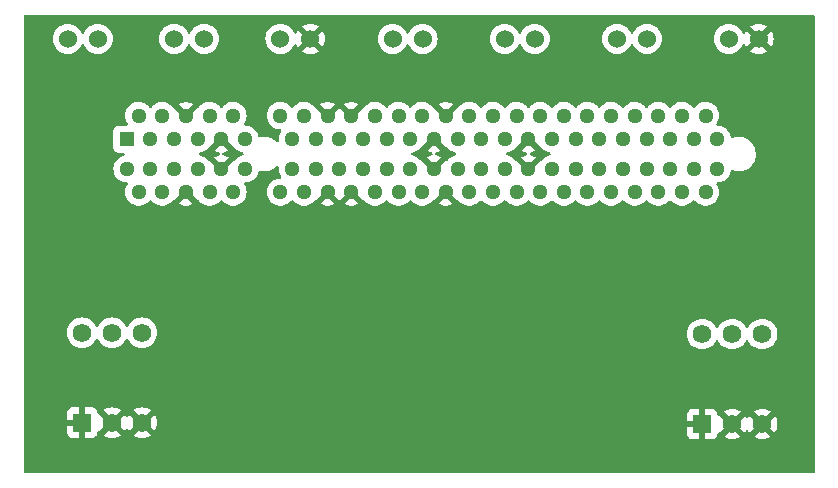
<source format=gbr>
%TF.GenerationSoftware,KiCad,Pcbnew,8.0.1*%
%TF.CreationDate,2024-04-16T20:26:48-05:00*%
%TF.ProjectId,PCB_Test_Jig,5043425f-5465-4737-945f-4a69672e6b69,rev?*%
%TF.SameCoordinates,Original*%
%TF.FileFunction,Copper,L2,Bot*%
%TF.FilePolarity,Positive*%
%FSLAX46Y46*%
G04 Gerber Fmt 4.6, Leading zero omitted, Abs format (unit mm)*
G04 Created by KiCad (PCBNEW 8.0.1) date 2024-04-16 20:26:48*
%MOMM*%
%LPD*%
G01*
G04 APERTURE LIST*
%TA.AperFunction,ComponentPad*%
%ADD10C,1.524000*%
%TD*%
%TA.AperFunction,ComponentPad*%
%ADD11R,1.580000X1.580000*%
%TD*%
%TA.AperFunction,ComponentPad*%
%ADD12C,1.580000*%
%TD*%
%TA.AperFunction,ComponentPad*%
%ADD13R,1.288000X1.288000*%
%TD*%
%TA.AperFunction,ComponentPad*%
%ADD14C,1.288000*%
%TD*%
%TA.AperFunction,ViaPad*%
%ADD15C,0.600000*%
%TD*%
G04 APERTURE END LIST*
D10*
X100000000Y-33500000D03*
X97460000Y-33500000D03*
X81040000Y-33500000D03*
X78500000Y-33500000D03*
X44040000Y-33500000D03*
X41500000Y-33500000D03*
X71540000Y-33500000D03*
X69000000Y-33500000D03*
X62040000Y-33500000D03*
X59500000Y-33500000D03*
D11*
X42710000Y-66000000D03*
D12*
X42710000Y-58380000D03*
X45250000Y-66000000D03*
X45250000Y-58380000D03*
X47790000Y-66000000D03*
X47790000Y-58380000D03*
D13*
X46500000Y-42000000D03*
D14*
X47500000Y-40000000D03*
X48500000Y-42000000D03*
X49500000Y-40000000D03*
X50500000Y-42000000D03*
X51500000Y-40000000D03*
X52500000Y-42000000D03*
X53500000Y-40000000D03*
X54500000Y-42000000D03*
X55500000Y-40000000D03*
X56500000Y-42000000D03*
X59500000Y-40000000D03*
X60500000Y-42000000D03*
X61500000Y-40000000D03*
X62500000Y-42000000D03*
X63500000Y-40000000D03*
X64500000Y-42000000D03*
X65500000Y-40000000D03*
X66500000Y-42000000D03*
X67500000Y-40000000D03*
X68500000Y-42000000D03*
X69500000Y-40000000D03*
X70500000Y-42000000D03*
X71500000Y-40000000D03*
X72500000Y-42000000D03*
X73500000Y-40000000D03*
X74500000Y-42000000D03*
X75500000Y-40000000D03*
X76500000Y-42000000D03*
X77500000Y-40000000D03*
X78500000Y-42000000D03*
X79500000Y-40000000D03*
X80500000Y-42000000D03*
X81500000Y-40000000D03*
X82500000Y-42000000D03*
X83500000Y-40000000D03*
X84500000Y-42000000D03*
X85500000Y-40000000D03*
X86500000Y-42000000D03*
X87500000Y-40000000D03*
X88500000Y-42000000D03*
X89500000Y-40000000D03*
X90500000Y-42000000D03*
X91500000Y-40000000D03*
X92500000Y-42000000D03*
X93500000Y-40000000D03*
X94500000Y-42000000D03*
X95500000Y-40000000D03*
X96500000Y-42000000D03*
X46500000Y-44500000D03*
X47500000Y-46500000D03*
X48500000Y-44500000D03*
X49500000Y-46500000D03*
X50500000Y-44500000D03*
X51500000Y-46500000D03*
X52500000Y-44500000D03*
X53500000Y-46500000D03*
X54500000Y-44500000D03*
X55500000Y-46500000D03*
X56500000Y-44500000D03*
X59500000Y-46500000D03*
X60500000Y-44500000D03*
X61500000Y-46500000D03*
X62500000Y-44500000D03*
X63500000Y-46500000D03*
X64500000Y-44500000D03*
X65500000Y-46500000D03*
X66500000Y-44500000D03*
X67500000Y-46500000D03*
X68500000Y-44500000D03*
X69500000Y-46500000D03*
X70500000Y-44500000D03*
X71500000Y-46500000D03*
X72500000Y-44500000D03*
X73500000Y-46500000D03*
X74500000Y-44500000D03*
X75500000Y-46500000D03*
X76500000Y-44500000D03*
X77500000Y-46500000D03*
X78500000Y-44500000D03*
X79500000Y-46500000D03*
X80500000Y-44500000D03*
X81500000Y-46500000D03*
X82500000Y-44500000D03*
X83500000Y-46500000D03*
X84500000Y-44500000D03*
X85500000Y-46500000D03*
X86500000Y-44500000D03*
X87500000Y-46500000D03*
X88500000Y-44500000D03*
X89500000Y-46500000D03*
X90500000Y-44500000D03*
X91500000Y-46500000D03*
X92500000Y-44500000D03*
X93500000Y-46500000D03*
X94500000Y-44500000D03*
X95500000Y-46500000D03*
X96500000Y-44500000D03*
D11*
X95210000Y-66120000D03*
D12*
X95210000Y-58500000D03*
X97750000Y-66120000D03*
X97750000Y-58500000D03*
X100290000Y-66120000D03*
X100290000Y-58500000D03*
D10*
X90540000Y-33500000D03*
X88000000Y-33500000D03*
X53040000Y-33500000D03*
X50500000Y-33500000D03*
D15*
X79750000Y-66503426D03*
X59754021Y-67370549D03*
X65002643Y-67378854D03*
X89500000Y-66500000D03*
X83000000Y-66500000D03*
X54500000Y-67369660D03*
X76500000Y-66500000D03*
X86257856Y-66486816D03*
X73250000Y-66495121D03*
%TA.AperFunction,Conductor*%
G36*
X54110000Y-42051344D02*
G01*
X54136578Y-42150534D01*
X54187923Y-42239465D01*
X54260535Y-42312077D01*
X54349466Y-42363422D01*
X54448656Y-42390000D01*
X54463553Y-42390000D01*
X53887349Y-42966201D01*
X53887350Y-42966202D01*
X53987887Y-43028452D01*
X53987893Y-43028455D01*
X54185585Y-43105040D01*
X54308997Y-43128111D01*
X54371278Y-43159780D01*
X54406551Y-43220092D01*
X54403617Y-43289900D01*
X54363408Y-43347040D01*
X54308997Y-43371889D01*
X54185585Y-43394959D01*
X53987892Y-43471545D01*
X53987888Y-43471547D01*
X53887349Y-43533797D01*
X54463553Y-44110000D01*
X54448656Y-44110000D01*
X54349466Y-44136578D01*
X54260535Y-44187923D01*
X54187923Y-44260535D01*
X54136578Y-44349466D01*
X54110000Y-44448656D01*
X54110000Y-44463553D01*
X53527969Y-43881522D01*
X53471376Y-43869088D01*
X53432076Y-43835107D01*
X53401046Y-43794017D01*
X53349419Y-43725652D01*
X53192670Y-43582757D01*
X53192664Y-43582753D01*
X53192661Y-43582751D01*
X53012336Y-43471098D01*
X53012327Y-43471094D01*
X52815798Y-43394959D01*
X52814549Y-43394475D01*
X52693721Y-43371888D01*
X52631442Y-43340221D01*
X52596169Y-43279908D01*
X52599103Y-43210100D01*
X52639312Y-43152960D01*
X52693720Y-43128112D01*
X52814549Y-43105525D01*
X53012333Y-43028903D01*
X53192670Y-42917243D01*
X53349419Y-42774348D01*
X53432079Y-42664887D01*
X53488184Y-42623255D01*
X53529018Y-42617427D01*
X54110000Y-42036445D01*
X54110000Y-42051344D01*
G37*
%TD.AperFunction*%
%TA.AperFunction,Conductor*%
G36*
X72110000Y-42051344D02*
G01*
X72136578Y-42150534D01*
X72187923Y-42239465D01*
X72260535Y-42312077D01*
X72349466Y-42363422D01*
X72448656Y-42390000D01*
X72463553Y-42390000D01*
X71887349Y-42966201D01*
X71887350Y-42966202D01*
X71987887Y-43028452D01*
X71987893Y-43028455D01*
X72185585Y-43105040D01*
X72308997Y-43128111D01*
X72371278Y-43159780D01*
X72406551Y-43220092D01*
X72403617Y-43289900D01*
X72363408Y-43347040D01*
X72308997Y-43371889D01*
X72185585Y-43394959D01*
X71987892Y-43471545D01*
X71987888Y-43471547D01*
X71887349Y-43533797D01*
X72463553Y-44110000D01*
X72448656Y-44110000D01*
X72349466Y-44136578D01*
X72260535Y-44187923D01*
X72187923Y-44260535D01*
X72136578Y-44349466D01*
X72110000Y-44448656D01*
X72110000Y-44463553D01*
X71527969Y-43881522D01*
X71471376Y-43869088D01*
X71432076Y-43835107D01*
X71401046Y-43794017D01*
X71349419Y-43725652D01*
X71192670Y-43582757D01*
X71192664Y-43582753D01*
X71192661Y-43582751D01*
X71012336Y-43471098D01*
X71012327Y-43471094D01*
X70815798Y-43394959D01*
X70814549Y-43394475D01*
X70693721Y-43371888D01*
X70631442Y-43340221D01*
X70596169Y-43279908D01*
X70599103Y-43210100D01*
X70639312Y-43152960D01*
X70693720Y-43128112D01*
X70814549Y-43105525D01*
X71012333Y-43028903D01*
X71192670Y-42917243D01*
X71349419Y-42774348D01*
X71432079Y-42664887D01*
X71488184Y-42623255D01*
X71529018Y-42617427D01*
X72110000Y-42036445D01*
X72110000Y-42051344D01*
G37*
%TD.AperFunction*%
%TA.AperFunction,Conductor*%
G36*
X80110000Y-42051344D02*
G01*
X80136578Y-42150534D01*
X80187923Y-42239465D01*
X80260535Y-42312077D01*
X80349466Y-42363422D01*
X80448656Y-42390000D01*
X80463553Y-42390000D01*
X79887349Y-42966201D01*
X79887350Y-42966202D01*
X79987887Y-43028452D01*
X79987893Y-43028455D01*
X80185585Y-43105040D01*
X80308997Y-43128111D01*
X80371278Y-43159780D01*
X80406551Y-43220092D01*
X80403617Y-43289900D01*
X80363408Y-43347040D01*
X80308997Y-43371889D01*
X80185585Y-43394959D01*
X79987892Y-43471545D01*
X79987888Y-43471547D01*
X79887349Y-43533797D01*
X80463553Y-44110000D01*
X80448656Y-44110000D01*
X80349466Y-44136578D01*
X80260535Y-44187923D01*
X80187923Y-44260535D01*
X80136578Y-44349466D01*
X80110000Y-44448656D01*
X80110000Y-44463553D01*
X79527969Y-43881522D01*
X79471376Y-43869088D01*
X79432076Y-43835107D01*
X79401046Y-43794017D01*
X79349419Y-43725652D01*
X79192670Y-43582757D01*
X79192664Y-43582753D01*
X79192661Y-43582751D01*
X79012336Y-43471098D01*
X79012327Y-43471094D01*
X78815798Y-43394959D01*
X78814549Y-43394475D01*
X78693721Y-43371888D01*
X78631442Y-43340221D01*
X78596169Y-43279908D01*
X78599103Y-43210100D01*
X78639312Y-43152960D01*
X78693720Y-43128112D01*
X78814549Y-43105525D01*
X79012333Y-43028903D01*
X79192670Y-42917243D01*
X79349419Y-42774348D01*
X79432079Y-42664887D01*
X79488184Y-42623255D01*
X79529018Y-42617427D01*
X80110000Y-42036445D01*
X80110000Y-42051344D01*
G37*
%TD.AperFunction*%
%TA.AperFunction,Conductor*%
G36*
X55472026Y-42618474D02*
G01*
X55528626Y-42630912D01*
X55567922Y-42664890D01*
X55650581Y-42774348D01*
X55807330Y-42917243D01*
X55807335Y-42917246D01*
X55807338Y-42917248D01*
X55987663Y-43028901D01*
X55987665Y-43028902D01*
X55987667Y-43028903D01*
X56185451Y-43105525D01*
X56306277Y-43128111D01*
X56368557Y-43159780D01*
X56403830Y-43220092D01*
X56400896Y-43289900D01*
X56360687Y-43347040D01*
X56306277Y-43371888D01*
X56185451Y-43394475D01*
X56185448Y-43394475D01*
X56185448Y-43394476D01*
X55987672Y-43471094D01*
X55987663Y-43471098D01*
X55807338Y-43582751D01*
X55807335Y-43582753D01*
X55807331Y-43582755D01*
X55807330Y-43582757D01*
X55650581Y-43725652D01*
X55650579Y-43725654D01*
X55567922Y-43835108D01*
X55511813Y-43876743D01*
X55470981Y-43882569D01*
X54890000Y-44463550D01*
X54890000Y-44448656D01*
X54863422Y-44349466D01*
X54812077Y-44260535D01*
X54739465Y-44187923D01*
X54650534Y-44136578D01*
X54551344Y-44110000D01*
X54536448Y-44110000D01*
X55112649Y-43533797D01*
X55112648Y-43533796D01*
X55012114Y-43471549D01*
X55012107Y-43471545D01*
X54814414Y-43394959D01*
X54691002Y-43371889D01*
X54628721Y-43340221D01*
X54593448Y-43279908D01*
X54596382Y-43210100D01*
X54636591Y-43152960D01*
X54691002Y-43128111D01*
X54814414Y-43105040D01*
X55012108Y-43028454D01*
X55012109Y-43028453D01*
X55112649Y-42966201D01*
X54536448Y-42390000D01*
X54551344Y-42390000D01*
X54650534Y-42363422D01*
X54739465Y-42312077D01*
X54812077Y-42239465D01*
X54863422Y-42150534D01*
X54890000Y-42051344D01*
X54890000Y-42036448D01*
X55472026Y-42618474D01*
G37*
%TD.AperFunction*%
%TA.AperFunction,Conductor*%
G36*
X73472026Y-42618474D02*
G01*
X73528626Y-42630912D01*
X73567922Y-42664890D01*
X73650581Y-42774348D01*
X73807330Y-42917243D01*
X73807335Y-42917246D01*
X73807338Y-42917248D01*
X73987663Y-43028901D01*
X73987665Y-43028902D01*
X73987667Y-43028903D01*
X74185451Y-43105525D01*
X74306277Y-43128111D01*
X74368557Y-43159780D01*
X74403830Y-43220092D01*
X74400896Y-43289900D01*
X74360687Y-43347040D01*
X74306277Y-43371888D01*
X74185451Y-43394475D01*
X74185448Y-43394475D01*
X74185448Y-43394476D01*
X73987672Y-43471094D01*
X73987663Y-43471098D01*
X73807338Y-43582751D01*
X73807335Y-43582753D01*
X73807331Y-43582755D01*
X73807330Y-43582757D01*
X73650581Y-43725652D01*
X73650579Y-43725654D01*
X73567922Y-43835108D01*
X73511813Y-43876743D01*
X73470981Y-43882569D01*
X72890000Y-44463550D01*
X72890000Y-44448656D01*
X72863422Y-44349466D01*
X72812077Y-44260535D01*
X72739465Y-44187923D01*
X72650534Y-44136578D01*
X72551344Y-44110000D01*
X72536448Y-44110000D01*
X73112649Y-43533797D01*
X73112648Y-43533796D01*
X73012114Y-43471549D01*
X73012107Y-43471545D01*
X72814414Y-43394959D01*
X72691002Y-43371889D01*
X72628721Y-43340221D01*
X72593448Y-43279908D01*
X72596382Y-43210100D01*
X72636591Y-43152960D01*
X72691002Y-43128111D01*
X72814414Y-43105040D01*
X73012108Y-43028454D01*
X73012109Y-43028453D01*
X73112649Y-42966201D01*
X72536448Y-42390000D01*
X72551344Y-42390000D01*
X72650534Y-42363422D01*
X72739465Y-42312077D01*
X72812077Y-42239465D01*
X72863422Y-42150534D01*
X72890000Y-42051344D01*
X72890000Y-42036448D01*
X73472026Y-42618474D01*
G37*
%TD.AperFunction*%
%TA.AperFunction,Conductor*%
G36*
X81472026Y-42618474D02*
G01*
X81528626Y-42630912D01*
X81567922Y-42664890D01*
X81650581Y-42774348D01*
X81807330Y-42917243D01*
X81807335Y-42917246D01*
X81807338Y-42917248D01*
X81987663Y-43028901D01*
X81987665Y-43028902D01*
X81987667Y-43028903D01*
X82185451Y-43105525D01*
X82306277Y-43128111D01*
X82368557Y-43159780D01*
X82403830Y-43220092D01*
X82400896Y-43289900D01*
X82360687Y-43347040D01*
X82306277Y-43371888D01*
X82185451Y-43394475D01*
X82185448Y-43394475D01*
X82185448Y-43394476D01*
X81987672Y-43471094D01*
X81987663Y-43471098D01*
X81807338Y-43582751D01*
X81807335Y-43582753D01*
X81807331Y-43582755D01*
X81807330Y-43582757D01*
X81650581Y-43725652D01*
X81650579Y-43725654D01*
X81567922Y-43835108D01*
X81511813Y-43876743D01*
X81470981Y-43882569D01*
X80890000Y-44463550D01*
X80890000Y-44448656D01*
X80863422Y-44349466D01*
X80812077Y-44260535D01*
X80739465Y-44187923D01*
X80650534Y-44136578D01*
X80551344Y-44110000D01*
X80536448Y-44110000D01*
X81112649Y-43533797D01*
X81112648Y-43533796D01*
X81012114Y-43471549D01*
X81012107Y-43471545D01*
X80814414Y-43394959D01*
X80691002Y-43371889D01*
X80628721Y-43340221D01*
X80593448Y-43279908D01*
X80596382Y-43210100D01*
X80636591Y-43152960D01*
X80691002Y-43128111D01*
X80814414Y-43105040D01*
X81012108Y-43028454D01*
X81012109Y-43028453D01*
X81112649Y-42966201D01*
X80536448Y-42390000D01*
X80551344Y-42390000D01*
X80650534Y-42363422D01*
X80739465Y-42312077D01*
X80812077Y-42239465D01*
X80863422Y-42150534D01*
X80890000Y-42051344D01*
X80890000Y-42036448D01*
X81472026Y-42618474D01*
G37*
%TD.AperFunction*%
%TA.AperFunction,Conductor*%
G36*
X104692539Y-31520185D02*
G01*
X104738294Y-31572989D01*
X104749500Y-31624500D01*
X104749500Y-70125500D01*
X104729815Y-70192539D01*
X104677011Y-70238294D01*
X104625500Y-70249500D01*
X37874500Y-70249500D01*
X37807461Y-70229815D01*
X37761706Y-70177011D01*
X37750500Y-70125500D01*
X37750500Y-66837844D01*
X41420000Y-66837844D01*
X41426401Y-66897372D01*
X41426403Y-66897379D01*
X41476645Y-67032086D01*
X41476649Y-67032093D01*
X41562809Y-67147187D01*
X41562812Y-67147190D01*
X41677906Y-67233350D01*
X41677913Y-67233354D01*
X41812620Y-67283596D01*
X41812627Y-67283598D01*
X41872155Y-67289999D01*
X41872172Y-67290000D01*
X42460000Y-67290000D01*
X42460000Y-66433012D01*
X42517007Y-66465925D01*
X42644174Y-66500000D01*
X42775826Y-66500000D01*
X42902993Y-66465925D01*
X42960000Y-66433012D01*
X42960000Y-67290000D01*
X43547828Y-67290000D01*
X43547844Y-67289999D01*
X43607372Y-67283598D01*
X43607379Y-67283596D01*
X43742086Y-67233354D01*
X43742093Y-67233350D01*
X43857187Y-67147190D01*
X43857190Y-67147187D01*
X43943350Y-67032093D01*
X43943354Y-67032086D01*
X43993596Y-66897379D01*
X43993598Y-66897372D01*
X43999999Y-66837844D01*
X44000177Y-66834521D01*
X44000355Y-66834530D01*
X44000356Y-66834525D01*
X44000459Y-66834536D01*
X44001016Y-66834565D01*
X44019685Y-66770989D01*
X44072489Y-66725234D01*
X44134807Y-66714500D01*
X44178154Y-66718292D01*
X44767037Y-66129409D01*
X44784075Y-66192993D01*
X44849901Y-66307007D01*
X44942993Y-66400099D01*
X45057007Y-66465925D01*
X45120590Y-66482962D01*
X44531707Y-67071844D01*
X44602535Y-67121440D01*
X44602539Y-67121442D01*
X44807102Y-67216831D01*
X44807116Y-67216836D01*
X45025133Y-67275253D01*
X45025142Y-67275255D01*
X45249999Y-67294928D01*
X45250001Y-67294928D01*
X45474857Y-67275255D01*
X45474866Y-67275253D01*
X45692883Y-67216836D01*
X45692897Y-67216831D01*
X45897459Y-67121443D01*
X45968291Y-67071844D01*
X45379409Y-66482962D01*
X45442993Y-66465925D01*
X45557007Y-66400099D01*
X45650099Y-66307007D01*
X45715925Y-66192993D01*
X45732962Y-66129409D01*
X46321844Y-66718291D01*
X46371440Y-66647463D01*
X46407617Y-66569882D01*
X46453789Y-66517442D01*
X46520983Y-66498290D01*
X46587864Y-66518505D01*
X46632382Y-66569882D01*
X46668557Y-66647460D01*
X46668563Y-66647470D01*
X46718153Y-66718292D01*
X46718154Y-66718292D01*
X47307037Y-66129409D01*
X47324075Y-66192993D01*
X47389901Y-66307007D01*
X47482993Y-66400099D01*
X47597007Y-66465925D01*
X47660590Y-66482962D01*
X47071707Y-67071844D01*
X47142535Y-67121440D01*
X47142539Y-67121442D01*
X47347102Y-67216831D01*
X47347116Y-67216836D01*
X47565133Y-67275253D01*
X47565142Y-67275255D01*
X47789999Y-67294928D01*
X47790001Y-67294928D01*
X48014857Y-67275255D01*
X48014866Y-67275253D01*
X48232883Y-67216836D01*
X48232897Y-67216831D01*
X48437459Y-67121443D01*
X48508291Y-67071844D01*
X48394291Y-66957844D01*
X93920000Y-66957844D01*
X93926401Y-67017372D01*
X93926403Y-67017379D01*
X93976645Y-67152086D01*
X93976649Y-67152093D01*
X94062809Y-67267187D01*
X94062812Y-67267190D01*
X94177906Y-67353350D01*
X94177913Y-67353354D01*
X94312620Y-67403596D01*
X94312627Y-67403598D01*
X94372155Y-67409999D01*
X94372172Y-67410000D01*
X94960000Y-67410000D01*
X94960000Y-66553012D01*
X95017007Y-66585925D01*
X95144174Y-66620000D01*
X95275826Y-66620000D01*
X95402993Y-66585925D01*
X95460000Y-66553012D01*
X95460000Y-67410000D01*
X96047828Y-67410000D01*
X96047844Y-67409999D01*
X96107372Y-67403598D01*
X96107379Y-67403596D01*
X96242086Y-67353354D01*
X96242093Y-67353350D01*
X96357187Y-67267190D01*
X96357190Y-67267187D01*
X96443350Y-67152093D01*
X96443354Y-67152086D01*
X96493596Y-67017379D01*
X96493598Y-67017372D01*
X96499999Y-66957844D01*
X96500177Y-66954521D01*
X96500355Y-66954530D01*
X96500356Y-66954525D01*
X96500459Y-66954536D01*
X96501016Y-66954565D01*
X96519685Y-66890989D01*
X96572489Y-66845234D01*
X96634807Y-66834500D01*
X96678154Y-66838292D01*
X97267037Y-66249409D01*
X97284075Y-66312993D01*
X97349901Y-66427007D01*
X97442993Y-66520099D01*
X97557007Y-66585925D01*
X97620590Y-66602962D01*
X97031707Y-67191844D01*
X97102535Y-67241440D01*
X97102539Y-67241442D01*
X97307102Y-67336831D01*
X97307116Y-67336836D01*
X97525133Y-67395253D01*
X97525142Y-67395255D01*
X97749999Y-67414928D01*
X97750001Y-67414928D01*
X97974857Y-67395255D01*
X97974866Y-67395253D01*
X98192883Y-67336836D01*
X98192897Y-67336831D01*
X98397459Y-67241443D01*
X98468291Y-67191844D01*
X97879409Y-66602962D01*
X97942993Y-66585925D01*
X98057007Y-66520099D01*
X98150099Y-66427007D01*
X98215925Y-66312993D01*
X98232962Y-66249409D01*
X98821844Y-66838291D01*
X98871440Y-66767463D01*
X98907617Y-66689882D01*
X98953789Y-66637442D01*
X99020983Y-66618290D01*
X99087864Y-66638505D01*
X99132382Y-66689882D01*
X99168557Y-66767460D01*
X99168563Y-66767470D01*
X99218153Y-66838292D01*
X99218154Y-66838292D01*
X99807037Y-66249409D01*
X99824075Y-66312993D01*
X99889901Y-66427007D01*
X99982993Y-66520099D01*
X100097007Y-66585925D01*
X100160590Y-66602962D01*
X99571707Y-67191844D01*
X99642535Y-67241440D01*
X99642539Y-67241442D01*
X99847102Y-67336831D01*
X99847116Y-67336836D01*
X100065133Y-67395253D01*
X100065142Y-67395255D01*
X100289999Y-67414928D01*
X100290001Y-67414928D01*
X100514857Y-67395255D01*
X100514866Y-67395253D01*
X100732883Y-67336836D01*
X100732897Y-67336831D01*
X100937459Y-67241443D01*
X101008291Y-67191844D01*
X100419409Y-66602962D01*
X100482993Y-66585925D01*
X100597007Y-66520099D01*
X100690099Y-66427007D01*
X100755925Y-66312993D01*
X100772962Y-66249409D01*
X101361844Y-66838291D01*
X101411443Y-66767459D01*
X101506831Y-66562897D01*
X101506836Y-66562883D01*
X101565253Y-66344866D01*
X101565255Y-66344857D01*
X101584928Y-66120000D01*
X101584928Y-66119999D01*
X101565255Y-65895142D01*
X101565253Y-65895133D01*
X101506836Y-65677116D01*
X101506831Y-65677102D01*
X101411442Y-65472539D01*
X101411440Y-65472535D01*
X101361844Y-65401707D01*
X100772962Y-65990589D01*
X100755925Y-65927007D01*
X100690099Y-65812993D01*
X100597007Y-65719901D01*
X100482993Y-65654075D01*
X100419410Y-65637037D01*
X101008292Y-65048154D01*
X101008292Y-65048153D01*
X100937470Y-64998563D01*
X100937460Y-64998557D01*
X100732897Y-64903168D01*
X100732883Y-64903163D01*
X100514866Y-64844746D01*
X100514857Y-64844744D01*
X100290001Y-64825072D01*
X100289999Y-64825072D01*
X100065142Y-64844744D01*
X100065133Y-64844746D01*
X99847116Y-64903163D01*
X99847102Y-64903168D01*
X99642539Y-64998557D01*
X99642537Y-64998558D01*
X99571706Y-65048154D01*
X100160590Y-65637037D01*
X100097007Y-65654075D01*
X99982993Y-65719901D01*
X99889901Y-65812993D01*
X99824075Y-65927007D01*
X99807037Y-65990589D01*
X99218154Y-65401706D01*
X99168558Y-65472537D01*
X99168557Y-65472539D01*
X99132382Y-65550118D01*
X99086210Y-65602558D01*
X99019017Y-65621710D01*
X98952135Y-65601494D01*
X98907618Y-65550118D01*
X98871442Y-65472539D01*
X98871440Y-65472535D01*
X98821844Y-65401707D01*
X98232962Y-65990589D01*
X98215925Y-65927007D01*
X98150099Y-65812993D01*
X98057007Y-65719901D01*
X97942993Y-65654075D01*
X97879410Y-65637037D01*
X98468292Y-65048154D01*
X98468292Y-65048153D01*
X98397470Y-64998563D01*
X98397460Y-64998557D01*
X98192897Y-64903168D01*
X98192883Y-64903163D01*
X97974866Y-64844746D01*
X97974857Y-64844744D01*
X97750001Y-64825072D01*
X97749999Y-64825072D01*
X97525142Y-64844744D01*
X97525133Y-64844746D01*
X97307116Y-64903163D01*
X97307102Y-64903168D01*
X97102539Y-64998557D01*
X97102537Y-64998558D01*
X97031706Y-65048154D01*
X97620590Y-65637037D01*
X97557007Y-65654075D01*
X97442993Y-65719901D01*
X97349901Y-65812993D01*
X97284075Y-65927007D01*
X97267037Y-65990589D01*
X96678153Y-65401705D01*
X96634806Y-65405498D01*
X96566306Y-65391731D01*
X96516124Y-65343115D01*
X96500914Y-65285439D01*
X96500459Y-65285463D01*
X96500356Y-65285475D01*
X96500355Y-65285469D01*
X96500177Y-65285479D01*
X96499999Y-65282155D01*
X96493598Y-65222627D01*
X96493596Y-65222620D01*
X96443354Y-65087913D01*
X96443350Y-65087906D01*
X96357190Y-64972812D01*
X96357187Y-64972809D01*
X96242093Y-64886649D01*
X96242086Y-64886645D01*
X96107379Y-64836403D01*
X96107372Y-64836401D01*
X96047844Y-64830000D01*
X95460000Y-64830000D01*
X95460000Y-65686988D01*
X95402993Y-65654075D01*
X95275826Y-65620000D01*
X95144174Y-65620000D01*
X95017007Y-65654075D01*
X94960000Y-65686988D01*
X94960000Y-64830000D01*
X94372155Y-64830000D01*
X94312627Y-64836401D01*
X94312620Y-64836403D01*
X94177913Y-64886645D01*
X94177906Y-64886649D01*
X94062812Y-64972809D01*
X94062809Y-64972812D01*
X93976649Y-65087906D01*
X93976645Y-65087913D01*
X93926403Y-65222620D01*
X93926401Y-65222627D01*
X93920000Y-65282155D01*
X93920000Y-65870000D01*
X94776988Y-65870000D01*
X94744075Y-65927007D01*
X94710000Y-66054174D01*
X94710000Y-66185826D01*
X94744075Y-66312993D01*
X94776988Y-66370000D01*
X93920000Y-66370000D01*
X93920000Y-66957844D01*
X48394291Y-66957844D01*
X47919409Y-66482962D01*
X47982993Y-66465925D01*
X48097007Y-66400099D01*
X48190099Y-66307007D01*
X48255925Y-66192993D01*
X48272962Y-66129409D01*
X48861844Y-66718291D01*
X48911443Y-66647459D01*
X49006831Y-66442897D01*
X49006836Y-66442883D01*
X49065253Y-66224866D01*
X49065255Y-66224857D01*
X49084928Y-66000000D01*
X49084928Y-65999999D01*
X49065255Y-65775142D01*
X49065253Y-65775133D01*
X49006836Y-65557116D01*
X49006831Y-65557102D01*
X48911442Y-65352539D01*
X48911440Y-65352535D01*
X48861844Y-65281707D01*
X48272962Y-65870589D01*
X48255925Y-65807007D01*
X48190099Y-65692993D01*
X48097007Y-65599901D01*
X47982993Y-65534075D01*
X47919410Y-65517037D01*
X48508292Y-64928154D01*
X48508292Y-64928153D01*
X48437470Y-64878563D01*
X48437460Y-64878557D01*
X48232897Y-64783168D01*
X48232883Y-64783163D01*
X48014866Y-64724746D01*
X48014857Y-64724744D01*
X47790001Y-64705072D01*
X47789999Y-64705072D01*
X47565142Y-64724744D01*
X47565133Y-64724746D01*
X47347116Y-64783163D01*
X47347102Y-64783168D01*
X47142539Y-64878557D01*
X47142537Y-64878558D01*
X47071706Y-64928154D01*
X47660590Y-65517037D01*
X47597007Y-65534075D01*
X47482993Y-65599901D01*
X47389901Y-65692993D01*
X47324075Y-65807007D01*
X47307037Y-65870589D01*
X46718154Y-65281706D01*
X46668558Y-65352537D01*
X46668557Y-65352539D01*
X46632382Y-65430118D01*
X46586210Y-65482558D01*
X46519017Y-65501710D01*
X46452135Y-65481494D01*
X46407618Y-65430118D01*
X46371442Y-65352539D01*
X46371440Y-65352535D01*
X46321844Y-65281707D01*
X45732962Y-65870589D01*
X45715925Y-65807007D01*
X45650099Y-65692993D01*
X45557007Y-65599901D01*
X45442993Y-65534075D01*
X45379410Y-65517037D01*
X45968292Y-64928154D01*
X45968292Y-64928153D01*
X45897470Y-64878563D01*
X45897460Y-64878557D01*
X45692897Y-64783168D01*
X45692883Y-64783163D01*
X45474866Y-64724746D01*
X45474857Y-64724744D01*
X45250001Y-64705072D01*
X45249999Y-64705072D01*
X45025142Y-64724744D01*
X45025133Y-64724746D01*
X44807116Y-64783163D01*
X44807102Y-64783168D01*
X44602539Y-64878557D01*
X44602537Y-64878558D01*
X44531706Y-64928154D01*
X45120590Y-65517037D01*
X45057007Y-65534075D01*
X44942993Y-65599901D01*
X44849901Y-65692993D01*
X44784075Y-65807007D01*
X44767037Y-65870589D01*
X44178153Y-65281705D01*
X44134806Y-65285498D01*
X44066306Y-65271731D01*
X44016124Y-65223115D01*
X44000914Y-65165439D01*
X44000459Y-65165463D01*
X44000356Y-65165475D01*
X44000355Y-65165469D01*
X44000177Y-65165479D01*
X43999999Y-65162155D01*
X43993598Y-65102627D01*
X43993596Y-65102620D01*
X43943354Y-64967913D01*
X43943350Y-64967906D01*
X43857190Y-64852812D01*
X43857187Y-64852809D01*
X43742093Y-64766649D01*
X43742086Y-64766645D01*
X43607379Y-64716403D01*
X43607372Y-64716401D01*
X43547844Y-64710000D01*
X42960000Y-64710000D01*
X42960000Y-65566988D01*
X42902993Y-65534075D01*
X42775826Y-65500000D01*
X42644174Y-65500000D01*
X42517007Y-65534075D01*
X42460000Y-65566988D01*
X42460000Y-64710000D01*
X41872155Y-64710000D01*
X41812627Y-64716401D01*
X41812620Y-64716403D01*
X41677913Y-64766645D01*
X41677906Y-64766649D01*
X41562812Y-64852809D01*
X41562809Y-64852812D01*
X41476649Y-64967906D01*
X41476645Y-64967913D01*
X41426403Y-65102620D01*
X41426401Y-65102627D01*
X41420000Y-65162155D01*
X41420000Y-65750000D01*
X42276988Y-65750000D01*
X42244075Y-65807007D01*
X42210000Y-65934174D01*
X42210000Y-66065826D01*
X42244075Y-66192993D01*
X42276988Y-66250000D01*
X41420000Y-66250000D01*
X41420000Y-66837844D01*
X37750500Y-66837844D01*
X37750500Y-58380002D01*
X41414570Y-58380002D01*
X41434249Y-58604943D01*
X41434250Y-58604950D01*
X41492695Y-58823066D01*
X41588125Y-59027715D01*
X41588127Y-59027719D01*
X41717639Y-59212681D01*
X41717644Y-59212687D01*
X41877312Y-59372355D01*
X41877318Y-59372360D01*
X42062280Y-59501872D01*
X42062282Y-59501873D01*
X42062285Y-59501875D01*
X42266937Y-59597306D01*
X42485051Y-59655750D01*
X42645728Y-59669807D01*
X42709998Y-59675430D01*
X42710000Y-59675430D01*
X42710002Y-59675430D01*
X42766237Y-59670510D01*
X42934949Y-59655750D01*
X43153063Y-59597306D01*
X43357715Y-59501875D01*
X43542686Y-59372357D01*
X43702357Y-59212686D01*
X43831875Y-59027715D01*
X43867619Y-58951061D01*
X43913790Y-58898624D01*
X43980984Y-58879472D01*
X44047865Y-58899688D01*
X44092382Y-58951063D01*
X44128125Y-59027715D01*
X44128127Y-59027719D01*
X44257639Y-59212681D01*
X44257644Y-59212687D01*
X44417312Y-59372355D01*
X44417318Y-59372360D01*
X44602280Y-59501872D01*
X44602282Y-59501873D01*
X44602285Y-59501875D01*
X44806937Y-59597306D01*
X45025051Y-59655750D01*
X45185728Y-59669807D01*
X45249998Y-59675430D01*
X45250000Y-59675430D01*
X45250002Y-59675430D01*
X45306237Y-59670510D01*
X45474949Y-59655750D01*
X45693063Y-59597306D01*
X45897715Y-59501875D01*
X46082686Y-59372357D01*
X46242357Y-59212686D01*
X46371875Y-59027715D01*
X46407619Y-58951061D01*
X46453790Y-58898624D01*
X46520984Y-58879472D01*
X46587865Y-58899688D01*
X46632382Y-58951063D01*
X46668125Y-59027715D01*
X46668127Y-59027719D01*
X46797639Y-59212681D01*
X46797644Y-59212687D01*
X46957312Y-59372355D01*
X46957318Y-59372360D01*
X47142280Y-59501872D01*
X47142282Y-59501873D01*
X47142285Y-59501875D01*
X47346937Y-59597306D01*
X47565051Y-59655750D01*
X47725728Y-59669807D01*
X47789998Y-59675430D01*
X47790000Y-59675430D01*
X47790002Y-59675430D01*
X47846237Y-59670510D01*
X48014949Y-59655750D01*
X48233063Y-59597306D01*
X48437715Y-59501875D01*
X48622686Y-59372357D01*
X48782357Y-59212686D01*
X48911875Y-59027715D01*
X49007306Y-58823063D01*
X49065750Y-58604949D01*
X49074931Y-58500002D01*
X93914570Y-58500002D01*
X93923751Y-58604950D01*
X93934250Y-58724949D01*
X93980786Y-58898624D01*
X93992695Y-58943066D01*
X94088125Y-59147715D01*
X94088127Y-59147719D01*
X94217639Y-59332681D01*
X94217644Y-59332687D01*
X94377312Y-59492355D01*
X94377318Y-59492360D01*
X94562280Y-59621872D01*
X94562282Y-59621873D01*
X94562285Y-59621875D01*
X94766937Y-59717306D01*
X94985051Y-59775750D01*
X95145728Y-59789807D01*
X95209998Y-59795430D01*
X95210000Y-59795430D01*
X95210002Y-59795430D01*
X95266237Y-59790510D01*
X95434949Y-59775750D01*
X95653063Y-59717306D01*
X95857715Y-59621875D01*
X96042686Y-59492357D01*
X96202357Y-59332686D01*
X96331875Y-59147715D01*
X96367619Y-59071061D01*
X96413790Y-59018624D01*
X96480984Y-58999472D01*
X96547865Y-59019688D01*
X96592382Y-59071063D01*
X96628125Y-59147715D01*
X96628127Y-59147719D01*
X96757639Y-59332681D01*
X96757644Y-59332687D01*
X96917312Y-59492355D01*
X96917318Y-59492360D01*
X97102280Y-59621872D01*
X97102282Y-59621873D01*
X97102285Y-59621875D01*
X97306937Y-59717306D01*
X97525051Y-59775750D01*
X97685728Y-59789807D01*
X97749998Y-59795430D01*
X97750000Y-59795430D01*
X97750002Y-59795430D01*
X97806237Y-59790510D01*
X97974949Y-59775750D01*
X98193063Y-59717306D01*
X98397715Y-59621875D01*
X98582686Y-59492357D01*
X98742357Y-59332686D01*
X98871875Y-59147715D01*
X98907619Y-59071061D01*
X98953790Y-59018624D01*
X99020984Y-58999472D01*
X99087865Y-59019688D01*
X99132382Y-59071063D01*
X99168125Y-59147715D01*
X99168127Y-59147719D01*
X99297639Y-59332681D01*
X99297644Y-59332687D01*
X99457312Y-59492355D01*
X99457318Y-59492360D01*
X99642280Y-59621872D01*
X99642282Y-59621873D01*
X99642285Y-59621875D01*
X99846937Y-59717306D01*
X100065051Y-59775750D01*
X100225728Y-59789807D01*
X100289998Y-59795430D01*
X100290000Y-59795430D01*
X100290002Y-59795430D01*
X100346237Y-59790510D01*
X100514949Y-59775750D01*
X100733063Y-59717306D01*
X100937715Y-59621875D01*
X101122686Y-59492357D01*
X101282357Y-59332686D01*
X101411875Y-59147715D01*
X101507306Y-58943063D01*
X101565750Y-58724949D01*
X101585430Y-58500000D01*
X101565750Y-58275051D01*
X101507306Y-58056937D01*
X101411875Y-57852285D01*
X101411873Y-57852282D01*
X101411872Y-57852280D01*
X101282360Y-57667318D01*
X101282355Y-57667312D01*
X101122687Y-57507644D01*
X101122681Y-57507639D01*
X100937719Y-57378127D01*
X100937715Y-57378125D01*
X100733066Y-57282695D01*
X100733063Y-57282694D01*
X100640881Y-57257993D01*
X100514950Y-57224250D01*
X100514943Y-57224249D01*
X100290002Y-57204570D01*
X100289998Y-57204570D01*
X100065056Y-57224249D01*
X100065049Y-57224250D01*
X99846933Y-57282695D01*
X99642284Y-57378125D01*
X99642280Y-57378127D01*
X99457318Y-57507639D01*
X99457312Y-57507644D01*
X99297644Y-57667312D01*
X99297639Y-57667318D01*
X99168127Y-57852280D01*
X99168125Y-57852284D01*
X99132382Y-57928936D01*
X99086209Y-57981375D01*
X99019016Y-58000527D01*
X98952135Y-57980311D01*
X98907618Y-57928936D01*
X98885044Y-57880527D01*
X98871875Y-57852285D01*
X98871873Y-57852282D01*
X98871872Y-57852280D01*
X98742360Y-57667318D01*
X98742355Y-57667312D01*
X98582687Y-57507644D01*
X98582681Y-57507639D01*
X98397719Y-57378127D01*
X98397715Y-57378125D01*
X98193066Y-57282695D01*
X98193063Y-57282694D01*
X98100881Y-57257993D01*
X97974950Y-57224250D01*
X97974943Y-57224249D01*
X97750002Y-57204570D01*
X97749998Y-57204570D01*
X97525056Y-57224249D01*
X97525049Y-57224250D01*
X97306933Y-57282695D01*
X97102284Y-57378125D01*
X97102280Y-57378127D01*
X96917318Y-57507639D01*
X96917312Y-57507644D01*
X96757644Y-57667312D01*
X96757639Y-57667318D01*
X96628127Y-57852280D01*
X96628125Y-57852284D01*
X96592382Y-57928936D01*
X96546209Y-57981375D01*
X96479016Y-58000527D01*
X96412135Y-57980311D01*
X96367618Y-57928936D01*
X96345044Y-57880527D01*
X96331875Y-57852285D01*
X96331873Y-57852282D01*
X96331872Y-57852280D01*
X96202360Y-57667318D01*
X96202355Y-57667312D01*
X96042687Y-57507644D01*
X96042681Y-57507639D01*
X95857719Y-57378127D01*
X95857715Y-57378125D01*
X95653066Y-57282695D01*
X95653063Y-57282694D01*
X95560881Y-57257993D01*
X95434950Y-57224250D01*
X95434943Y-57224249D01*
X95210002Y-57204570D01*
X95209998Y-57204570D01*
X94985056Y-57224249D01*
X94985049Y-57224250D01*
X94766933Y-57282695D01*
X94562284Y-57378125D01*
X94562280Y-57378127D01*
X94377318Y-57507639D01*
X94377312Y-57507644D01*
X94217644Y-57667312D01*
X94217639Y-57667318D01*
X94088127Y-57852280D01*
X94088125Y-57852284D01*
X93992695Y-58056933D01*
X93934250Y-58275049D01*
X93934249Y-58275056D01*
X93914570Y-58499997D01*
X93914570Y-58500002D01*
X49074931Y-58500002D01*
X49085430Y-58380000D01*
X49065750Y-58155051D01*
X49007306Y-57936937D01*
X48911875Y-57732285D01*
X48911873Y-57732282D01*
X48911872Y-57732280D01*
X48782360Y-57547318D01*
X48782355Y-57547312D01*
X48622687Y-57387644D01*
X48622681Y-57387639D01*
X48437719Y-57258127D01*
X48437715Y-57258125D01*
X48233066Y-57162695D01*
X48233063Y-57162694D01*
X48140881Y-57137993D01*
X48014950Y-57104250D01*
X48014943Y-57104249D01*
X47790002Y-57084570D01*
X47789998Y-57084570D01*
X47565056Y-57104249D01*
X47565049Y-57104250D01*
X47346933Y-57162695D01*
X47142284Y-57258125D01*
X47142280Y-57258127D01*
X46957318Y-57387639D01*
X46957312Y-57387644D01*
X46797644Y-57547312D01*
X46797639Y-57547318D01*
X46668127Y-57732280D01*
X46668125Y-57732284D01*
X46632382Y-57808936D01*
X46586209Y-57861375D01*
X46519016Y-57880527D01*
X46452135Y-57860311D01*
X46407618Y-57808936D01*
X46371875Y-57732285D01*
X46371873Y-57732282D01*
X46371872Y-57732280D01*
X46242360Y-57547318D01*
X46242355Y-57547312D01*
X46082687Y-57387644D01*
X46082681Y-57387639D01*
X45897719Y-57258127D01*
X45897715Y-57258125D01*
X45693066Y-57162695D01*
X45693063Y-57162694D01*
X45600881Y-57137993D01*
X45474950Y-57104250D01*
X45474943Y-57104249D01*
X45250002Y-57084570D01*
X45249998Y-57084570D01*
X45025056Y-57104249D01*
X45025049Y-57104250D01*
X44806933Y-57162695D01*
X44602284Y-57258125D01*
X44602280Y-57258127D01*
X44417318Y-57387639D01*
X44417312Y-57387644D01*
X44257644Y-57547312D01*
X44257639Y-57547318D01*
X44128127Y-57732280D01*
X44128125Y-57732284D01*
X44092382Y-57808936D01*
X44046209Y-57861375D01*
X43979016Y-57880527D01*
X43912135Y-57860311D01*
X43867618Y-57808936D01*
X43831875Y-57732285D01*
X43831873Y-57732282D01*
X43831872Y-57732280D01*
X43702360Y-57547318D01*
X43702355Y-57547312D01*
X43542687Y-57387644D01*
X43542681Y-57387639D01*
X43357719Y-57258127D01*
X43357715Y-57258125D01*
X43153066Y-57162695D01*
X43153063Y-57162694D01*
X43060881Y-57137993D01*
X42934950Y-57104250D01*
X42934943Y-57104249D01*
X42710002Y-57084570D01*
X42709998Y-57084570D01*
X42485056Y-57104249D01*
X42485049Y-57104250D01*
X42266933Y-57162695D01*
X42062284Y-57258125D01*
X42062280Y-57258127D01*
X41877318Y-57387639D01*
X41877312Y-57387644D01*
X41717644Y-57547312D01*
X41717639Y-57547318D01*
X41588127Y-57732280D01*
X41588125Y-57732284D01*
X41492695Y-57936933D01*
X41434250Y-58155049D01*
X41434249Y-58155056D01*
X41414570Y-58379997D01*
X41414570Y-58380002D01*
X37750500Y-58380002D01*
X37750500Y-44500000D01*
X45350597Y-44500000D01*
X45370167Y-44711201D01*
X45370168Y-44711204D01*
X45428211Y-44915207D01*
X45428214Y-44915213D01*
X45500000Y-45059378D01*
X45522758Y-45105083D01*
X45650581Y-45274348D01*
X45807330Y-45417243D01*
X45807335Y-45417246D01*
X45807338Y-45417248D01*
X45987663Y-45528901D01*
X45987665Y-45528902D01*
X45987667Y-45528903D01*
X46185451Y-45605525D01*
X46393946Y-45644500D01*
X46393948Y-45644500D01*
X46462838Y-45644500D01*
X46529877Y-45664185D01*
X46575632Y-45716989D01*
X46585576Y-45786147D01*
X46561792Y-45843226D01*
X46522759Y-45894913D01*
X46428214Y-46084786D01*
X46428211Y-46084792D01*
X46370168Y-46288795D01*
X46370167Y-46288798D01*
X46350597Y-46499999D01*
X46350597Y-46500000D01*
X46370167Y-46711201D01*
X46370168Y-46711204D01*
X46428211Y-46915207D01*
X46428214Y-46915212D01*
X46522758Y-47105083D01*
X46650581Y-47274348D01*
X46807330Y-47417243D01*
X46807335Y-47417246D01*
X46807338Y-47417248D01*
X46987663Y-47528901D01*
X46987665Y-47528902D01*
X46987667Y-47528903D01*
X47185451Y-47605525D01*
X47393946Y-47644500D01*
X47393948Y-47644500D01*
X47606052Y-47644500D01*
X47606054Y-47644500D01*
X47814549Y-47605525D01*
X48012333Y-47528903D01*
X48192670Y-47417243D01*
X48349419Y-47274348D01*
X48401046Y-47205983D01*
X48457154Y-47164346D01*
X48526866Y-47159654D01*
X48588048Y-47193396D01*
X48598954Y-47205983D01*
X48650577Y-47274344D01*
X48650580Y-47274346D01*
X48650581Y-47274348D01*
X48807330Y-47417243D01*
X48807335Y-47417246D01*
X48807338Y-47417248D01*
X48987663Y-47528901D01*
X48987665Y-47528902D01*
X48987667Y-47528903D01*
X49185451Y-47605525D01*
X49393946Y-47644500D01*
X49393948Y-47644500D01*
X49606052Y-47644500D01*
X49606054Y-47644500D01*
X49814549Y-47605525D01*
X50012333Y-47528903D01*
X50192670Y-47417243D01*
X50349419Y-47274348D01*
X50432079Y-47164887D01*
X50488184Y-47123255D01*
X50529018Y-47117427D01*
X51110000Y-46536445D01*
X51110000Y-46551344D01*
X51136578Y-46650534D01*
X51187923Y-46739465D01*
X51260535Y-46812077D01*
X51349466Y-46863422D01*
X51448656Y-46890000D01*
X51463553Y-46890000D01*
X50887349Y-47466201D01*
X50887350Y-47466202D01*
X50987887Y-47528452D01*
X50987893Y-47528455D01*
X51185585Y-47605040D01*
X51393995Y-47644000D01*
X51606005Y-47644000D01*
X51814414Y-47605040D01*
X52012108Y-47528454D01*
X52012109Y-47528453D01*
X52112649Y-47466201D01*
X51536448Y-46890000D01*
X51551344Y-46890000D01*
X51650534Y-46863422D01*
X51739465Y-46812077D01*
X51812077Y-46739465D01*
X51863422Y-46650534D01*
X51890000Y-46551344D01*
X51890000Y-46536448D01*
X52472026Y-47118474D01*
X52528626Y-47130912D01*
X52567922Y-47164890D01*
X52650581Y-47274348D01*
X52807330Y-47417243D01*
X52807335Y-47417246D01*
X52807338Y-47417248D01*
X52987663Y-47528901D01*
X52987665Y-47528902D01*
X52987667Y-47528903D01*
X53185451Y-47605525D01*
X53393946Y-47644500D01*
X53393948Y-47644500D01*
X53606052Y-47644500D01*
X53606054Y-47644500D01*
X53814549Y-47605525D01*
X54012333Y-47528903D01*
X54192670Y-47417243D01*
X54349419Y-47274348D01*
X54401046Y-47205983D01*
X54457154Y-47164346D01*
X54526866Y-47159654D01*
X54588048Y-47193396D01*
X54598954Y-47205983D01*
X54650577Y-47274344D01*
X54650580Y-47274346D01*
X54650581Y-47274348D01*
X54807330Y-47417243D01*
X54807335Y-47417246D01*
X54807338Y-47417248D01*
X54987663Y-47528901D01*
X54987665Y-47528902D01*
X54987667Y-47528903D01*
X55185451Y-47605525D01*
X55393946Y-47644500D01*
X55393948Y-47644500D01*
X55606052Y-47644500D01*
X55606054Y-47644500D01*
X55814549Y-47605525D01*
X56012333Y-47528903D01*
X56192670Y-47417243D01*
X56349419Y-47274348D01*
X56477242Y-47105083D01*
X56571786Y-46915212D01*
X56571786Y-46915209D01*
X56571788Y-46915207D01*
X56629831Y-46711204D01*
X56629832Y-46711201D01*
X56649403Y-46500000D01*
X56649403Y-46499999D01*
X56629832Y-46288798D01*
X56629831Y-46288795D01*
X56571788Y-46084792D01*
X56571785Y-46084786D01*
X56477240Y-45894913D01*
X56438208Y-45843226D01*
X56413516Y-45777865D01*
X56428081Y-45709530D01*
X56477279Y-45659918D01*
X56537162Y-45644500D01*
X56606052Y-45644500D01*
X56606054Y-45644500D01*
X56814549Y-45605525D01*
X57012333Y-45528903D01*
X57192670Y-45417243D01*
X57349419Y-45274348D01*
X57477242Y-45105083D01*
X57571786Y-44915212D01*
X57621985Y-44738780D01*
X57659262Y-44679690D01*
X57722572Y-44650132D01*
X57779569Y-44654786D01*
X57810339Y-44664784D01*
X58035838Y-44700500D01*
X58035843Y-44700500D01*
X58264162Y-44700500D01*
X58489660Y-44664784D01*
X58706799Y-44594231D01*
X58910228Y-44490579D01*
X59094937Y-44356379D01*
X59148536Y-44302779D01*
X59209857Y-44269295D01*
X59279549Y-44274279D01*
X59335482Y-44316150D01*
X59359900Y-44381614D01*
X59359687Y-44401902D01*
X59350597Y-44499999D01*
X59350597Y-44500000D01*
X59370167Y-44711201D01*
X59370168Y-44711204D01*
X59428211Y-44915207D01*
X59428214Y-44915213D01*
X59522759Y-45105086D01*
X59561792Y-45156774D01*
X59586484Y-45222135D01*
X59571919Y-45290470D01*
X59522721Y-45340082D01*
X59462838Y-45355500D01*
X59393946Y-45355500D01*
X59185451Y-45394475D01*
X59185448Y-45394475D01*
X59185448Y-45394476D01*
X58987672Y-45471094D01*
X58987663Y-45471098D01*
X58807338Y-45582751D01*
X58807335Y-45582753D01*
X58807331Y-45582755D01*
X58807330Y-45582757D01*
X58668266Y-45709530D01*
X58650580Y-45725653D01*
X58522758Y-45894916D01*
X58428214Y-46084786D01*
X58428211Y-46084792D01*
X58370168Y-46288795D01*
X58370167Y-46288798D01*
X58350597Y-46499999D01*
X58350597Y-46500000D01*
X58370167Y-46711201D01*
X58370168Y-46711204D01*
X58428211Y-46915207D01*
X58428214Y-46915212D01*
X58522758Y-47105083D01*
X58650581Y-47274348D01*
X58807330Y-47417243D01*
X58807335Y-47417246D01*
X58807338Y-47417248D01*
X58987663Y-47528901D01*
X58987665Y-47528902D01*
X58987667Y-47528903D01*
X59185451Y-47605525D01*
X59393946Y-47644500D01*
X59393948Y-47644500D01*
X59606052Y-47644500D01*
X59606054Y-47644500D01*
X59814549Y-47605525D01*
X60012333Y-47528903D01*
X60192670Y-47417243D01*
X60349419Y-47274348D01*
X60401046Y-47205983D01*
X60457154Y-47164346D01*
X60526866Y-47159654D01*
X60588048Y-47193396D01*
X60598954Y-47205983D01*
X60650577Y-47274344D01*
X60650580Y-47274346D01*
X60650581Y-47274348D01*
X60807330Y-47417243D01*
X60807335Y-47417246D01*
X60807338Y-47417248D01*
X60987663Y-47528901D01*
X60987665Y-47528902D01*
X60987667Y-47528903D01*
X61185451Y-47605525D01*
X61393946Y-47644500D01*
X61393948Y-47644500D01*
X61606052Y-47644500D01*
X61606054Y-47644500D01*
X61814549Y-47605525D01*
X62012333Y-47528903D01*
X62192670Y-47417243D01*
X62349419Y-47274348D01*
X62432079Y-47164887D01*
X62488184Y-47123255D01*
X62529018Y-47117427D01*
X63110000Y-46536445D01*
X63110000Y-46551344D01*
X63136578Y-46650534D01*
X63187923Y-46739465D01*
X63260535Y-46812077D01*
X63349466Y-46863422D01*
X63448656Y-46890000D01*
X63463553Y-46890000D01*
X62887349Y-47466201D01*
X62887350Y-47466202D01*
X62987887Y-47528452D01*
X62987893Y-47528455D01*
X63185585Y-47605040D01*
X63393995Y-47644000D01*
X63606005Y-47644000D01*
X63814414Y-47605040D01*
X64012108Y-47528454D01*
X64012109Y-47528453D01*
X64112649Y-47466201D01*
X63536448Y-46890000D01*
X63551344Y-46890000D01*
X63650534Y-46863422D01*
X63739465Y-46812077D01*
X63812077Y-46739465D01*
X63863422Y-46650534D01*
X63890000Y-46551344D01*
X63890000Y-46536448D01*
X64468877Y-47115325D01*
X64491426Y-47113761D01*
X64508598Y-47113762D01*
X64531120Y-47115325D01*
X65110000Y-46536445D01*
X65110000Y-46551344D01*
X65136578Y-46650534D01*
X65187923Y-46739465D01*
X65260535Y-46812077D01*
X65349466Y-46863422D01*
X65448656Y-46890000D01*
X65463553Y-46890000D01*
X64887349Y-47466201D01*
X64887350Y-47466202D01*
X64987887Y-47528452D01*
X64987893Y-47528455D01*
X65185585Y-47605040D01*
X65393995Y-47644000D01*
X65606005Y-47644000D01*
X65814414Y-47605040D01*
X66012108Y-47528454D01*
X66012109Y-47528453D01*
X66112649Y-47466201D01*
X65536448Y-46890000D01*
X65551344Y-46890000D01*
X65650534Y-46863422D01*
X65739465Y-46812077D01*
X65812077Y-46739465D01*
X65863422Y-46650534D01*
X65890000Y-46551344D01*
X65890000Y-46536448D01*
X66472026Y-47118474D01*
X66528626Y-47130912D01*
X66567922Y-47164890D01*
X66650581Y-47274348D01*
X66807330Y-47417243D01*
X66807335Y-47417246D01*
X66807338Y-47417248D01*
X66987663Y-47528901D01*
X66987665Y-47528902D01*
X66987667Y-47528903D01*
X67185451Y-47605525D01*
X67393946Y-47644500D01*
X67393948Y-47644500D01*
X67606052Y-47644500D01*
X67606054Y-47644500D01*
X67814549Y-47605525D01*
X68012333Y-47528903D01*
X68192670Y-47417243D01*
X68349419Y-47274348D01*
X68401046Y-47205983D01*
X68457154Y-47164346D01*
X68526866Y-47159654D01*
X68588048Y-47193396D01*
X68598954Y-47205983D01*
X68650577Y-47274344D01*
X68650580Y-47274346D01*
X68650581Y-47274348D01*
X68807330Y-47417243D01*
X68807335Y-47417246D01*
X68807338Y-47417248D01*
X68987663Y-47528901D01*
X68987665Y-47528902D01*
X68987667Y-47528903D01*
X69185451Y-47605525D01*
X69393946Y-47644500D01*
X69393948Y-47644500D01*
X69606052Y-47644500D01*
X69606054Y-47644500D01*
X69814549Y-47605525D01*
X70012333Y-47528903D01*
X70192670Y-47417243D01*
X70349419Y-47274348D01*
X70401046Y-47205983D01*
X70457154Y-47164346D01*
X70526866Y-47159654D01*
X70588048Y-47193396D01*
X70598954Y-47205983D01*
X70650577Y-47274344D01*
X70650580Y-47274346D01*
X70650581Y-47274348D01*
X70807330Y-47417243D01*
X70807335Y-47417246D01*
X70807338Y-47417248D01*
X70987663Y-47528901D01*
X70987665Y-47528902D01*
X70987667Y-47528903D01*
X71185451Y-47605525D01*
X71393946Y-47644500D01*
X71393948Y-47644500D01*
X71606052Y-47644500D01*
X71606054Y-47644500D01*
X71814549Y-47605525D01*
X72012333Y-47528903D01*
X72192670Y-47417243D01*
X72349419Y-47274348D01*
X72432079Y-47164887D01*
X72488184Y-47123255D01*
X72529018Y-47117427D01*
X73110000Y-46536445D01*
X73110000Y-46551344D01*
X73136578Y-46650534D01*
X73187923Y-46739465D01*
X73260535Y-46812077D01*
X73349466Y-46863422D01*
X73448656Y-46890000D01*
X73463553Y-46890000D01*
X72887349Y-47466201D01*
X72887350Y-47466202D01*
X72987887Y-47528452D01*
X72987893Y-47528455D01*
X73185585Y-47605040D01*
X73393995Y-47644000D01*
X73606005Y-47644000D01*
X73814414Y-47605040D01*
X74012108Y-47528454D01*
X74012109Y-47528453D01*
X74112649Y-47466201D01*
X73536448Y-46890000D01*
X73551344Y-46890000D01*
X73650534Y-46863422D01*
X73739465Y-46812077D01*
X73812077Y-46739465D01*
X73863422Y-46650534D01*
X73890000Y-46551344D01*
X73890000Y-46536448D01*
X74472026Y-47118474D01*
X74528626Y-47130912D01*
X74567922Y-47164890D01*
X74650581Y-47274348D01*
X74807330Y-47417243D01*
X74807335Y-47417246D01*
X74807338Y-47417248D01*
X74987663Y-47528901D01*
X74987665Y-47528902D01*
X74987667Y-47528903D01*
X75185451Y-47605525D01*
X75393946Y-47644500D01*
X75393948Y-47644500D01*
X75606052Y-47644500D01*
X75606054Y-47644500D01*
X75814549Y-47605525D01*
X76012333Y-47528903D01*
X76192670Y-47417243D01*
X76349419Y-47274348D01*
X76401046Y-47205983D01*
X76457154Y-47164346D01*
X76526866Y-47159654D01*
X76588048Y-47193396D01*
X76598954Y-47205983D01*
X76650577Y-47274344D01*
X76650580Y-47274346D01*
X76650581Y-47274348D01*
X76807330Y-47417243D01*
X76807335Y-47417246D01*
X76807338Y-47417248D01*
X76987663Y-47528901D01*
X76987665Y-47528902D01*
X76987667Y-47528903D01*
X77185451Y-47605525D01*
X77393946Y-47644500D01*
X77393948Y-47644500D01*
X77606052Y-47644500D01*
X77606054Y-47644500D01*
X77814549Y-47605525D01*
X78012333Y-47528903D01*
X78192670Y-47417243D01*
X78349419Y-47274348D01*
X78401046Y-47205983D01*
X78457154Y-47164346D01*
X78526866Y-47159654D01*
X78588048Y-47193396D01*
X78598954Y-47205983D01*
X78650577Y-47274344D01*
X78650580Y-47274346D01*
X78650581Y-47274348D01*
X78807330Y-47417243D01*
X78807335Y-47417246D01*
X78807338Y-47417248D01*
X78987663Y-47528901D01*
X78987665Y-47528902D01*
X78987667Y-47528903D01*
X79185451Y-47605525D01*
X79393946Y-47644500D01*
X79393948Y-47644500D01*
X79606052Y-47644500D01*
X79606054Y-47644500D01*
X79814549Y-47605525D01*
X80012333Y-47528903D01*
X80192670Y-47417243D01*
X80349419Y-47274348D01*
X80401046Y-47205983D01*
X80457154Y-47164346D01*
X80526866Y-47159654D01*
X80588048Y-47193396D01*
X80598954Y-47205983D01*
X80650577Y-47274344D01*
X80650580Y-47274346D01*
X80650581Y-47274348D01*
X80807330Y-47417243D01*
X80807335Y-47417246D01*
X80807338Y-47417248D01*
X80987663Y-47528901D01*
X80987665Y-47528902D01*
X80987667Y-47528903D01*
X81185451Y-47605525D01*
X81393946Y-47644500D01*
X81393948Y-47644500D01*
X81606052Y-47644500D01*
X81606054Y-47644500D01*
X81814549Y-47605525D01*
X82012333Y-47528903D01*
X82192670Y-47417243D01*
X82349419Y-47274348D01*
X82401046Y-47205983D01*
X82457154Y-47164346D01*
X82526866Y-47159654D01*
X82588048Y-47193396D01*
X82598954Y-47205983D01*
X82650577Y-47274344D01*
X82650580Y-47274346D01*
X82650581Y-47274348D01*
X82807330Y-47417243D01*
X82807335Y-47417246D01*
X82807338Y-47417248D01*
X82987663Y-47528901D01*
X82987665Y-47528902D01*
X82987667Y-47528903D01*
X83185451Y-47605525D01*
X83393946Y-47644500D01*
X83393948Y-47644500D01*
X83606052Y-47644500D01*
X83606054Y-47644500D01*
X83814549Y-47605525D01*
X84012333Y-47528903D01*
X84192670Y-47417243D01*
X84349419Y-47274348D01*
X84401046Y-47205983D01*
X84457154Y-47164346D01*
X84526866Y-47159654D01*
X84588048Y-47193396D01*
X84598954Y-47205983D01*
X84650577Y-47274344D01*
X84650580Y-47274346D01*
X84650581Y-47274348D01*
X84807330Y-47417243D01*
X84807335Y-47417246D01*
X84807338Y-47417248D01*
X84987663Y-47528901D01*
X84987665Y-47528902D01*
X84987667Y-47528903D01*
X85185451Y-47605525D01*
X85393946Y-47644500D01*
X85393948Y-47644500D01*
X85606052Y-47644500D01*
X85606054Y-47644500D01*
X85814549Y-47605525D01*
X86012333Y-47528903D01*
X86192670Y-47417243D01*
X86349419Y-47274348D01*
X86401046Y-47205983D01*
X86457154Y-47164346D01*
X86526866Y-47159654D01*
X86588048Y-47193396D01*
X86598954Y-47205983D01*
X86650577Y-47274344D01*
X86650580Y-47274346D01*
X86650581Y-47274348D01*
X86807330Y-47417243D01*
X86807335Y-47417246D01*
X86807338Y-47417248D01*
X86987663Y-47528901D01*
X86987665Y-47528902D01*
X86987667Y-47528903D01*
X87185451Y-47605525D01*
X87393946Y-47644500D01*
X87393948Y-47644500D01*
X87606052Y-47644500D01*
X87606054Y-47644500D01*
X87814549Y-47605525D01*
X88012333Y-47528903D01*
X88192670Y-47417243D01*
X88349419Y-47274348D01*
X88401046Y-47205983D01*
X88457154Y-47164346D01*
X88526866Y-47159654D01*
X88588048Y-47193396D01*
X88598954Y-47205983D01*
X88650577Y-47274344D01*
X88650580Y-47274346D01*
X88650581Y-47274348D01*
X88807330Y-47417243D01*
X88807335Y-47417246D01*
X88807338Y-47417248D01*
X88987663Y-47528901D01*
X88987665Y-47528902D01*
X88987667Y-47528903D01*
X89185451Y-47605525D01*
X89393946Y-47644500D01*
X89393948Y-47644500D01*
X89606052Y-47644500D01*
X89606054Y-47644500D01*
X89814549Y-47605525D01*
X90012333Y-47528903D01*
X90192670Y-47417243D01*
X90349419Y-47274348D01*
X90401046Y-47205983D01*
X90457154Y-47164346D01*
X90526866Y-47159654D01*
X90588048Y-47193396D01*
X90598954Y-47205983D01*
X90650577Y-47274344D01*
X90650580Y-47274346D01*
X90650581Y-47274348D01*
X90807330Y-47417243D01*
X90807335Y-47417246D01*
X90807338Y-47417248D01*
X90987663Y-47528901D01*
X90987665Y-47528902D01*
X90987667Y-47528903D01*
X91185451Y-47605525D01*
X91393946Y-47644500D01*
X91393948Y-47644500D01*
X91606052Y-47644500D01*
X91606054Y-47644500D01*
X91814549Y-47605525D01*
X92012333Y-47528903D01*
X92192670Y-47417243D01*
X92349419Y-47274348D01*
X92401046Y-47205983D01*
X92457154Y-47164346D01*
X92526866Y-47159654D01*
X92588048Y-47193396D01*
X92598954Y-47205983D01*
X92650577Y-47274344D01*
X92650580Y-47274346D01*
X92650581Y-47274348D01*
X92807330Y-47417243D01*
X92807335Y-47417246D01*
X92807338Y-47417248D01*
X92987663Y-47528901D01*
X92987665Y-47528902D01*
X92987667Y-47528903D01*
X93185451Y-47605525D01*
X93393946Y-47644500D01*
X93393948Y-47644500D01*
X93606052Y-47644500D01*
X93606054Y-47644500D01*
X93814549Y-47605525D01*
X94012333Y-47528903D01*
X94192670Y-47417243D01*
X94349419Y-47274348D01*
X94401046Y-47205983D01*
X94457154Y-47164346D01*
X94526866Y-47159654D01*
X94588048Y-47193396D01*
X94598954Y-47205983D01*
X94650577Y-47274344D01*
X94650580Y-47274346D01*
X94650581Y-47274348D01*
X94807330Y-47417243D01*
X94807335Y-47417246D01*
X94807338Y-47417248D01*
X94987663Y-47528901D01*
X94987665Y-47528902D01*
X94987667Y-47528903D01*
X95185451Y-47605525D01*
X95393946Y-47644500D01*
X95393948Y-47644500D01*
X95606052Y-47644500D01*
X95606054Y-47644500D01*
X95814549Y-47605525D01*
X96012333Y-47528903D01*
X96192670Y-47417243D01*
X96349419Y-47274348D01*
X96477242Y-47105083D01*
X96571786Y-46915212D01*
X96571786Y-46915209D01*
X96571788Y-46915207D01*
X96629831Y-46711204D01*
X96629832Y-46711201D01*
X96649403Y-46500000D01*
X96649403Y-46499999D01*
X96629832Y-46288798D01*
X96629831Y-46288795D01*
X96571788Y-46084792D01*
X96571785Y-46084786D01*
X96477240Y-45894913D01*
X96438208Y-45843226D01*
X96413516Y-45777865D01*
X96428081Y-45709530D01*
X96477279Y-45659918D01*
X96537162Y-45644500D01*
X96606052Y-45644500D01*
X96606054Y-45644500D01*
X96814549Y-45605525D01*
X97012333Y-45528903D01*
X97192670Y-45417243D01*
X97349419Y-45274348D01*
X97477242Y-45105083D01*
X97571786Y-44915212D01*
X97571786Y-44915209D01*
X97571788Y-44915207D01*
X97629832Y-44711201D01*
X97630886Y-44705565D01*
X97633452Y-44706044D01*
X97655080Y-44651446D01*
X97711846Y-44610710D01*
X97781624Y-44607130D01*
X97791141Y-44609808D01*
X97873409Y-44636538D01*
X97960339Y-44664784D01*
X98185838Y-44700500D01*
X98185843Y-44700500D01*
X98414162Y-44700500D01*
X98639660Y-44664784D01*
X98856799Y-44594231D01*
X99060228Y-44490579D01*
X99244937Y-44356379D01*
X99406379Y-44194937D01*
X99540579Y-44010228D01*
X99644231Y-43806799D01*
X99714784Y-43589660D01*
X99733491Y-43471549D01*
X99750500Y-43364162D01*
X99750500Y-43135837D01*
X99714784Y-42910339D01*
X99644229Y-42693196D01*
X99540578Y-42489771D01*
X99406379Y-42305063D01*
X99244937Y-42143621D01*
X99060228Y-42009421D01*
X99041736Y-41999999D01*
X98856803Y-41905770D01*
X98639660Y-41835215D01*
X98414162Y-41799500D01*
X98414157Y-41799500D01*
X98185843Y-41799500D01*
X98185838Y-41799500D01*
X97960338Y-41835216D01*
X97960335Y-41835216D01*
X97791148Y-41890189D01*
X97721307Y-41892184D01*
X97661474Y-41856104D01*
X97631130Y-41794389D01*
X97630886Y-41794435D01*
X97630721Y-41793557D01*
X97630646Y-41793403D01*
X97630532Y-41792541D01*
X97629832Y-41788798D01*
X97571788Y-41584792D01*
X97571785Y-41584786D01*
X97571784Y-41584784D01*
X97477242Y-41394917D01*
X97349419Y-41225652D01*
X97192670Y-41082757D01*
X97192664Y-41082753D01*
X97192661Y-41082751D01*
X97012336Y-40971098D01*
X97012327Y-40971094D01*
X96860308Y-40912202D01*
X96814549Y-40894475D01*
X96606054Y-40855500D01*
X96537162Y-40855500D01*
X96470123Y-40835815D01*
X96424368Y-40783011D01*
X96414424Y-40713853D01*
X96438208Y-40656774D01*
X96477240Y-40605086D01*
X96477240Y-40605084D01*
X96477242Y-40605083D01*
X96571786Y-40415212D01*
X96571786Y-40415209D01*
X96571788Y-40415207D01*
X96629831Y-40211204D01*
X96629832Y-40211201D01*
X96649403Y-40000000D01*
X96649403Y-39999999D01*
X96629832Y-39788798D01*
X96629831Y-39788795D01*
X96571788Y-39584792D01*
X96571785Y-39584786D01*
X96477242Y-39394917D01*
X96349419Y-39225652D01*
X96192670Y-39082757D01*
X96192664Y-39082753D01*
X96192661Y-39082751D01*
X96012336Y-38971098D01*
X96012327Y-38971094D01*
X95815798Y-38894959D01*
X95814549Y-38894475D01*
X95606054Y-38855500D01*
X95393946Y-38855500D01*
X95185451Y-38894475D01*
X95185448Y-38894475D01*
X95185448Y-38894476D01*
X94987672Y-38971094D01*
X94987663Y-38971098D01*
X94807338Y-39082751D01*
X94807335Y-39082753D01*
X94807331Y-39082755D01*
X94807330Y-39082757D01*
X94650581Y-39225652D01*
X94650580Y-39225653D01*
X94598954Y-39294017D01*
X94542845Y-39335653D01*
X94473133Y-39340344D01*
X94411951Y-39306602D01*
X94401046Y-39294017D01*
X94392668Y-39282923D01*
X94349419Y-39225652D01*
X94192670Y-39082757D01*
X94192664Y-39082753D01*
X94192661Y-39082751D01*
X94012336Y-38971098D01*
X94012327Y-38971094D01*
X93815798Y-38894959D01*
X93814549Y-38894475D01*
X93606054Y-38855500D01*
X93393946Y-38855500D01*
X93185451Y-38894475D01*
X93185448Y-38894475D01*
X93185448Y-38894476D01*
X92987672Y-38971094D01*
X92987663Y-38971098D01*
X92807338Y-39082751D01*
X92807335Y-39082753D01*
X92807331Y-39082755D01*
X92807330Y-39082757D01*
X92650581Y-39225652D01*
X92650580Y-39225653D01*
X92598954Y-39294017D01*
X92542845Y-39335653D01*
X92473133Y-39340344D01*
X92411951Y-39306602D01*
X92401046Y-39294017D01*
X92392668Y-39282923D01*
X92349419Y-39225652D01*
X92192670Y-39082757D01*
X92192664Y-39082753D01*
X92192661Y-39082751D01*
X92012336Y-38971098D01*
X92012327Y-38971094D01*
X91815798Y-38894959D01*
X91814549Y-38894475D01*
X91606054Y-38855500D01*
X91393946Y-38855500D01*
X91185451Y-38894475D01*
X91185448Y-38894475D01*
X91185448Y-38894476D01*
X90987672Y-38971094D01*
X90987663Y-38971098D01*
X90807338Y-39082751D01*
X90807335Y-39082753D01*
X90807331Y-39082755D01*
X90807330Y-39082757D01*
X90650581Y-39225652D01*
X90650580Y-39225653D01*
X90598954Y-39294017D01*
X90542845Y-39335653D01*
X90473133Y-39340344D01*
X90411951Y-39306602D01*
X90401046Y-39294017D01*
X90392668Y-39282923D01*
X90349419Y-39225652D01*
X90192670Y-39082757D01*
X90192664Y-39082753D01*
X90192661Y-39082751D01*
X90012336Y-38971098D01*
X90012327Y-38971094D01*
X89815798Y-38894959D01*
X89814549Y-38894475D01*
X89606054Y-38855500D01*
X89393946Y-38855500D01*
X89185451Y-38894475D01*
X89185448Y-38894475D01*
X89185448Y-38894476D01*
X88987672Y-38971094D01*
X88987663Y-38971098D01*
X88807338Y-39082751D01*
X88807335Y-39082753D01*
X88807331Y-39082755D01*
X88807330Y-39082757D01*
X88650581Y-39225652D01*
X88650580Y-39225653D01*
X88598954Y-39294017D01*
X88542845Y-39335653D01*
X88473133Y-39340344D01*
X88411951Y-39306602D01*
X88401046Y-39294017D01*
X88392668Y-39282923D01*
X88349419Y-39225652D01*
X88192670Y-39082757D01*
X88192664Y-39082753D01*
X88192661Y-39082751D01*
X88012336Y-38971098D01*
X88012327Y-38971094D01*
X87815798Y-38894959D01*
X87814549Y-38894475D01*
X87606054Y-38855500D01*
X87393946Y-38855500D01*
X87185451Y-38894475D01*
X87185448Y-38894475D01*
X87185448Y-38894476D01*
X86987672Y-38971094D01*
X86987663Y-38971098D01*
X86807338Y-39082751D01*
X86807335Y-39082753D01*
X86807331Y-39082755D01*
X86807330Y-39082757D01*
X86650581Y-39225652D01*
X86650580Y-39225653D01*
X86598954Y-39294017D01*
X86542845Y-39335653D01*
X86473133Y-39340344D01*
X86411951Y-39306602D01*
X86401046Y-39294017D01*
X86392668Y-39282923D01*
X86349419Y-39225652D01*
X86192670Y-39082757D01*
X86192664Y-39082753D01*
X86192661Y-39082751D01*
X86012336Y-38971098D01*
X86012327Y-38971094D01*
X85815798Y-38894959D01*
X85814549Y-38894475D01*
X85606054Y-38855500D01*
X85393946Y-38855500D01*
X85185451Y-38894475D01*
X85185448Y-38894475D01*
X85185448Y-38894476D01*
X84987672Y-38971094D01*
X84987663Y-38971098D01*
X84807338Y-39082751D01*
X84807335Y-39082753D01*
X84807331Y-39082755D01*
X84807330Y-39082757D01*
X84650581Y-39225652D01*
X84650580Y-39225653D01*
X84598954Y-39294017D01*
X84542845Y-39335653D01*
X84473133Y-39340344D01*
X84411951Y-39306602D01*
X84401046Y-39294017D01*
X84392668Y-39282923D01*
X84349419Y-39225652D01*
X84192670Y-39082757D01*
X84192664Y-39082753D01*
X84192661Y-39082751D01*
X84012336Y-38971098D01*
X84012327Y-38971094D01*
X83815798Y-38894959D01*
X83814549Y-38894475D01*
X83606054Y-38855500D01*
X83393946Y-38855500D01*
X83185451Y-38894475D01*
X83185448Y-38894475D01*
X83185448Y-38894476D01*
X82987672Y-38971094D01*
X82987663Y-38971098D01*
X82807338Y-39082751D01*
X82807335Y-39082753D01*
X82807331Y-39082755D01*
X82807330Y-39082757D01*
X82650581Y-39225652D01*
X82650580Y-39225653D01*
X82598954Y-39294017D01*
X82542845Y-39335653D01*
X82473133Y-39340344D01*
X82411951Y-39306602D01*
X82401046Y-39294017D01*
X82392668Y-39282923D01*
X82349419Y-39225652D01*
X82192670Y-39082757D01*
X82192664Y-39082753D01*
X82192661Y-39082751D01*
X82012336Y-38971098D01*
X82012327Y-38971094D01*
X81815798Y-38894959D01*
X81814549Y-38894475D01*
X81606054Y-38855500D01*
X81393946Y-38855500D01*
X81185451Y-38894475D01*
X81185448Y-38894475D01*
X81185448Y-38894476D01*
X80987672Y-38971094D01*
X80987663Y-38971098D01*
X80807338Y-39082751D01*
X80807335Y-39082753D01*
X80807331Y-39082755D01*
X80807330Y-39082757D01*
X80650581Y-39225652D01*
X80650580Y-39225653D01*
X80598954Y-39294017D01*
X80542845Y-39335653D01*
X80473133Y-39340344D01*
X80411951Y-39306602D01*
X80401046Y-39294017D01*
X80392668Y-39282923D01*
X80349419Y-39225652D01*
X80192670Y-39082757D01*
X80192664Y-39082753D01*
X80192661Y-39082751D01*
X80012336Y-38971098D01*
X80012327Y-38971094D01*
X79815798Y-38894959D01*
X79814549Y-38894475D01*
X79606054Y-38855500D01*
X79393946Y-38855500D01*
X79185451Y-38894475D01*
X79185448Y-38894475D01*
X79185448Y-38894476D01*
X78987672Y-38971094D01*
X78987663Y-38971098D01*
X78807338Y-39082751D01*
X78807335Y-39082753D01*
X78807331Y-39082755D01*
X78807330Y-39082757D01*
X78650581Y-39225652D01*
X78650580Y-39225653D01*
X78598954Y-39294017D01*
X78542845Y-39335653D01*
X78473133Y-39340344D01*
X78411951Y-39306602D01*
X78401046Y-39294017D01*
X78392668Y-39282923D01*
X78349419Y-39225652D01*
X78192670Y-39082757D01*
X78192664Y-39082753D01*
X78192661Y-39082751D01*
X78012336Y-38971098D01*
X78012327Y-38971094D01*
X77815798Y-38894959D01*
X77814549Y-38894475D01*
X77606054Y-38855500D01*
X77393946Y-38855500D01*
X77185451Y-38894475D01*
X77185448Y-38894475D01*
X77185448Y-38894476D01*
X76987672Y-38971094D01*
X76987663Y-38971098D01*
X76807338Y-39082751D01*
X76807335Y-39082753D01*
X76807331Y-39082755D01*
X76807330Y-39082757D01*
X76650581Y-39225652D01*
X76650580Y-39225653D01*
X76598954Y-39294017D01*
X76542845Y-39335653D01*
X76473133Y-39340344D01*
X76411951Y-39306602D01*
X76401046Y-39294017D01*
X76392668Y-39282923D01*
X76349419Y-39225652D01*
X76192670Y-39082757D01*
X76192664Y-39082753D01*
X76192661Y-39082751D01*
X76012336Y-38971098D01*
X76012327Y-38971094D01*
X75815798Y-38894959D01*
X75814549Y-38894475D01*
X75606054Y-38855500D01*
X75393946Y-38855500D01*
X75185451Y-38894475D01*
X75185448Y-38894475D01*
X75185448Y-38894476D01*
X74987672Y-38971094D01*
X74987663Y-38971098D01*
X74807338Y-39082751D01*
X74807335Y-39082753D01*
X74807331Y-39082755D01*
X74807330Y-39082757D01*
X74650581Y-39225652D01*
X74650579Y-39225654D01*
X74567922Y-39335108D01*
X74511813Y-39376743D01*
X74470981Y-39382569D01*
X73890000Y-39963550D01*
X73890000Y-39948656D01*
X73863422Y-39849466D01*
X73812077Y-39760535D01*
X73739465Y-39687923D01*
X73650534Y-39636578D01*
X73551344Y-39610000D01*
X73536448Y-39610000D01*
X74112649Y-39033797D01*
X74112648Y-39033796D01*
X74012114Y-38971549D01*
X74012107Y-38971545D01*
X73814414Y-38894959D01*
X73606005Y-38856000D01*
X73393995Y-38856000D01*
X73185585Y-38894959D01*
X72987892Y-38971545D01*
X72987888Y-38971547D01*
X72887349Y-39033797D01*
X73463553Y-39610000D01*
X73448656Y-39610000D01*
X73349466Y-39636578D01*
X73260535Y-39687923D01*
X73187923Y-39760535D01*
X73136578Y-39849466D01*
X73110000Y-39948656D01*
X73110000Y-39963553D01*
X72527969Y-39381522D01*
X72471376Y-39369088D01*
X72432076Y-39335107D01*
X72401046Y-39294017D01*
X72349419Y-39225652D01*
X72192670Y-39082757D01*
X72192664Y-39082753D01*
X72192661Y-39082751D01*
X72012336Y-38971098D01*
X72012327Y-38971094D01*
X71815798Y-38894959D01*
X71814549Y-38894475D01*
X71606054Y-38855500D01*
X71393946Y-38855500D01*
X71185451Y-38894475D01*
X71185448Y-38894475D01*
X71185448Y-38894476D01*
X70987672Y-38971094D01*
X70987663Y-38971098D01*
X70807338Y-39082751D01*
X70807335Y-39082753D01*
X70807331Y-39082755D01*
X70807330Y-39082757D01*
X70650581Y-39225652D01*
X70650580Y-39225653D01*
X70598954Y-39294017D01*
X70542845Y-39335653D01*
X70473133Y-39340344D01*
X70411951Y-39306602D01*
X70401046Y-39294017D01*
X70392668Y-39282923D01*
X70349419Y-39225652D01*
X70192670Y-39082757D01*
X70192664Y-39082753D01*
X70192661Y-39082751D01*
X70012336Y-38971098D01*
X70012327Y-38971094D01*
X69815798Y-38894959D01*
X69814549Y-38894475D01*
X69606054Y-38855500D01*
X69393946Y-38855500D01*
X69185451Y-38894475D01*
X69185448Y-38894475D01*
X69185448Y-38894476D01*
X68987672Y-38971094D01*
X68987663Y-38971098D01*
X68807338Y-39082751D01*
X68807335Y-39082753D01*
X68807331Y-39082755D01*
X68807330Y-39082757D01*
X68650581Y-39225652D01*
X68650580Y-39225653D01*
X68598954Y-39294017D01*
X68542845Y-39335653D01*
X68473133Y-39340344D01*
X68411951Y-39306602D01*
X68401046Y-39294017D01*
X68392668Y-39282923D01*
X68349419Y-39225652D01*
X68192670Y-39082757D01*
X68192664Y-39082753D01*
X68192661Y-39082751D01*
X68012336Y-38971098D01*
X68012327Y-38971094D01*
X67815798Y-38894959D01*
X67814549Y-38894475D01*
X67606054Y-38855500D01*
X67393946Y-38855500D01*
X67185451Y-38894475D01*
X67185448Y-38894475D01*
X67185448Y-38894476D01*
X66987672Y-38971094D01*
X66987663Y-38971098D01*
X66807338Y-39082751D01*
X66807335Y-39082753D01*
X66807331Y-39082755D01*
X66807330Y-39082757D01*
X66650581Y-39225652D01*
X66650579Y-39225654D01*
X66567922Y-39335108D01*
X66511813Y-39376743D01*
X66470981Y-39382569D01*
X65890000Y-39963550D01*
X65890000Y-39948656D01*
X65863422Y-39849466D01*
X65812077Y-39760535D01*
X65739465Y-39687923D01*
X65650534Y-39636578D01*
X65551344Y-39610000D01*
X65536448Y-39610000D01*
X66112649Y-39033797D01*
X66112648Y-39033796D01*
X66012114Y-38971549D01*
X66012107Y-38971545D01*
X65814414Y-38894959D01*
X65606005Y-38856000D01*
X65393995Y-38856000D01*
X65185585Y-38894959D01*
X64987892Y-38971545D01*
X64987888Y-38971547D01*
X64887349Y-39033797D01*
X65463553Y-39610000D01*
X65448656Y-39610000D01*
X65349466Y-39636578D01*
X65260535Y-39687923D01*
X65187923Y-39760535D01*
X65136578Y-39849466D01*
X65110000Y-39948656D01*
X65110000Y-39963553D01*
X64531119Y-39384672D01*
X64508594Y-39386237D01*
X64491418Y-39386237D01*
X64468878Y-39384672D01*
X63890000Y-39963550D01*
X63890000Y-39948656D01*
X63863422Y-39849466D01*
X63812077Y-39760535D01*
X63739465Y-39687923D01*
X63650534Y-39636578D01*
X63551344Y-39610000D01*
X63536448Y-39610000D01*
X64112649Y-39033797D01*
X64112648Y-39033796D01*
X64012114Y-38971549D01*
X64012107Y-38971545D01*
X63814414Y-38894959D01*
X63606005Y-38856000D01*
X63393995Y-38856000D01*
X63185585Y-38894959D01*
X62987892Y-38971545D01*
X62987888Y-38971547D01*
X62887349Y-39033797D01*
X63463553Y-39610000D01*
X63448656Y-39610000D01*
X63349466Y-39636578D01*
X63260535Y-39687923D01*
X63187923Y-39760535D01*
X63136578Y-39849466D01*
X63110000Y-39948656D01*
X63110000Y-39963553D01*
X62527969Y-39381522D01*
X62471376Y-39369088D01*
X62432076Y-39335107D01*
X62401046Y-39294017D01*
X62349419Y-39225652D01*
X62192670Y-39082757D01*
X62192664Y-39082753D01*
X62192661Y-39082751D01*
X62012336Y-38971098D01*
X62012327Y-38971094D01*
X61815798Y-38894959D01*
X61814549Y-38894475D01*
X61606054Y-38855500D01*
X61393946Y-38855500D01*
X61185451Y-38894475D01*
X61185448Y-38894475D01*
X61185448Y-38894476D01*
X60987672Y-38971094D01*
X60987663Y-38971098D01*
X60807338Y-39082751D01*
X60807335Y-39082753D01*
X60807331Y-39082755D01*
X60807330Y-39082757D01*
X60650581Y-39225652D01*
X60650580Y-39225653D01*
X60598954Y-39294017D01*
X60542845Y-39335653D01*
X60473133Y-39340344D01*
X60411951Y-39306602D01*
X60401046Y-39294017D01*
X60392668Y-39282923D01*
X60349419Y-39225652D01*
X60192670Y-39082757D01*
X60192664Y-39082753D01*
X60192661Y-39082751D01*
X60012336Y-38971098D01*
X60012327Y-38971094D01*
X59815798Y-38894959D01*
X59814549Y-38894475D01*
X59606054Y-38855500D01*
X59393946Y-38855500D01*
X59185451Y-38894475D01*
X59185448Y-38894475D01*
X59185448Y-38894476D01*
X58987672Y-38971094D01*
X58987663Y-38971098D01*
X58807338Y-39082751D01*
X58807335Y-39082753D01*
X58807331Y-39082755D01*
X58807330Y-39082757D01*
X58650581Y-39225652D01*
X58650580Y-39225653D01*
X58522758Y-39394916D01*
X58428214Y-39584786D01*
X58428211Y-39584792D01*
X58370168Y-39788795D01*
X58370167Y-39788798D01*
X58350597Y-39999999D01*
X58350597Y-40000000D01*
X58370167Y-40211201D01*
X58370168Y-40211204D01*
X58428211Y-40415207D01*
X58428214Y-40415212D01*
X58522758Y-40605083D01*
X58650581Y-40774348D01*
X58807330Y-40917243D01*
X58807335Y-40917246D01*
X58807338Y-40917248D01*
X58987663Y-41028901D01*
X58987665Y-41028902D01*
X58987667Y-41028903D01*
X59185451Y-41105525D01*
X59393946Y-41144500D01*
X59393948Y-41144500D01*
X59462838Y-41144500D01*
X59529877Y-41164185D01*
X59575632Y-41216989D01*
X59585576Y-41286147D01*
X59561792Y-41343226D01*
X59522759Y-41394913D01*
X59428214Y-41584786D01*
X59428211Y-41584792D01*
X59370168Y-41788795D01*
X59370167Y-41788798D01*
X59350597Y-41999999D01*
X59350597Y-42000000D01*
X59359687Y-42098097D01*
X59346272Y-42166666D01*
X59297915Y-42217098D01*
X59229969Y-42233381D01*
X59164006Y-42210344D01*
X59148535Y-42197219D01*
X59094938Y-42143622D01*
X58967929Y-42051344D01*
X58910228Y-42009421D01*
X58891736Y-41999999D01*
X58706803Y-41905770D01*
X58489660Y-41835215D01*
X58264162Y-41799500D01*
X58264157Y-41799500D01*
X58035843Y-41799500D01*
X58035838Y-41799500D01*
X57810338Y-41835216D01*
X57779565Y-41845214D01*
X57709724Y-41847207D01*
X57649892Y-41811125D01*
X57621985Y-41761220D01*
X57571786Y-41584788D01*
X57477242Y-41394917D01*
X57349419Y-41225652D01*
X57192670Y-41082757D01*
X57192664Y-41082753D01*
X57192661Y-41082751D01*
X57012336Y-40971098D01*
X57012327Y-40971094D01*
X56860308Y-40912202D01*
X56814549Y-40894475D01*
X56606054Y-40855500D01*
X56537162Y-40855500D01*
X56470123Y-40835815D01*
X56424368Y-40783011D01*
X56414424Y-40713853D01*
X56438208Y-40656774D01*
X56477240Y-40605086D01*
X56477240Y-40605084D01*
X56477242Y-40605083D01*
X56571786Y-40415212D01*
X56571786Y-40415209D01*
X56571788Y-40415207D01*
X56629831Y-40211204D01*
X56629832Y-40211201D01*
X56649403Y-40000000D01*
X56649403Y-39999999D01*
X56629832Y-39788798D01*
X56629831Y-39788795D01*
X56571788Y-39584792D01*
X56571785Y-39584786D01*
X56477242Y-39394917D01*
X56349419Y-39225652D01*
X56192670Y-39082757D01*
X56192664Y-39082753D01*
X56192661Y-39082751D01*
X56012336Y-38971098D01*
X56012327Y-38971094D01*
X55815798Y-38894959D01*
X55814549Y-38894475D01*
X55606054Y-38855500D01*
X55393946Y-38855500D01*
X55185451Y-38894475D01*
X55185448Y-38894475D01*
X55185448Y-38894476D01*
X54987672Y-38971094D01*
X54987663Y-38971098D01*
X54807338Y-39082751D01*
X54807335Y-39082753D01*
X54807331Y-39082755D01*
X54807330Y-39082757D01*
X54650581Y-39225652D01*
X54650580Y-39225653D01*
X54598954Y-39294017D01*
X54542845Y-39335653D01*
X54473133Y-39340344D01*
X54411951Y-39306602D01*
X54401046Y-39294017D01*
X54392668Y-39282923D01*
X54349419Y-39225652D01*
X54192670Y-39082757D01*
X54192664Y-39082753D01*
X54192661Y-39082751D01*
X54012336Y-38971098D01*
X54012327Y-38971094D01*
X53815798Y-38894959D01*
X53814549Y-38894475D01*
X53606054Y-38855500D01*
X53393946Y-38855500D01*
X53185451Y-38894475D01*
X53185448Y-38894475D01*
X53185448Y-38894476D01*
X52987672Y-38971094D01*
X52987663Y-38971098D01*
X52807338Y-39082751D01*
X52807335Y-39082753D01*
X52807331Y-39082755D01*
X52807330Y-39082757D01*
X52650581Y-39225652D01*
X52650579Y-39225654D01*
X52567922Y-39335108D01*
X52511813Y-39376743D01*
X52470981Y-39382569D01*
X51890000Y-39963550D01*
X51890000Y-39948656D01*
X51863422Y-39849466D01*
X51812077Y-39760535D01*
X51739465Y-39687923D01*
X51650534Y-39636578D01*
X51551344Y-39610000D01*
X51536448Y-39610000D01*
X52112649Y-39033797D01*
X52112648Y-39033796D01*
X52012114Y-38971549D01*
X52012107Y-38971545D01*
X51814414Y-38894959D01*
X51606005Y-38856000D01*
X51393995Y-38856000D01*
X51185585Y-38894959D01*
X50987892Y-38971545D01*
X50987888Y-38971547D01*
X50887349Y-39033797D01*
X51463553Y-39610000D01*
X51448656Y-39610000D01*
X51349466Y-39636578D01*
X51260535Y-39687923D01*
X51187923Y-39760535D01*
X51136578Y-39849466D01*
X51110000Y-39948656D01*
X51110000Y-39963553D01*
X50527969Y-39381522D01*
X50471376Y-39369088D01*
X50432076Y-39335107D01*
X50401046Y-39294017D01*
X50349419Y-39225652D01*
X50192670Y-39082757D01*
X50192664Y-39082753D01*
X50192661Y-39082751D01*
X50012336Y-38971098D01*
X50012327Y-38971094D01*
X49815798Y-38894959D01*
X49814549Y-38894475D01*
X49606054Y-38855500D01*
X49393946Y-38855500D01*
X49185451Y-38894475D01*
X49185448Y-38894475D01*
X49185448Y-38894476D01*
X48987672Y-38971094D01*
X48987663Y-38971098D01*
X48807338Y-39082751D01*
X48807335Y-39082753D01*
X48807331Y-39082755D01*
X48807330Y-39082757D01*
X48650581Y-39225652D01*
X48650580Y-39225653D01*
X48598954Y-39294017D01*
X48542845Y-39335653D01*
X48473133Y-39340344D01*
X48411951Y-39306602D01*
X48401046Y-39294017D01*
X48392668Y-39282923D01*
X48349419Y-39225652D01*
X48192670Y-39082757D01*
X48192664Y-39082753D01*
X48192661Y-39082751D01*
X48012336Y-38971098D01*
X48012327Y-38971094D01*
X47815798Y-38894959D01*
X47814549Y-38894475D01*
X47606054Y-38855500D01*
X47393946Y-38855500D01*
X47185451Y-38894475D01*
X47185448Y-38894475D01*
X47185448Y-38894476D01*
X46987672Y-38971094D01*
X46987663Y-38971098D01*
X46807338Y-39082751D01*
X46807335Y-39082753D01*
X46807331Y-39082755D01*
X46807330Y-39082757D01*
X46650581Y-39225652D01*
X46650580Y-39225653D01*
X46522758Y-39394916D01*
X46428214Y-39584786D01*
X46428211Y-39584792D01*
X46370168Y-39788795D01*
X46370167Y-39788798D01*
X46350597Y-39999999D01*
X46350597Y-40000000D01*
X46370167Y-40211201D01*
X46370168Y-40211204D01*
X46428211Y-40415207D01*
X46428214Y-40415213D01*
X46522759Y-40605086D01*
X46561792Y-40656774D01*
X46586484Y-40722135D01*
X46571919Y-40790470D01*
X46522721Y-40840082D01*
X46462838Y-40855500D01*
X45808129Y-40855500D01*
X45808123Y-40855501D01*
X45748516Y-40861908D01*
X45613671Y-40912202D01*
X45613664Y-40912206D01*
X45498455Y-40998452D01*
X45498452Y-40998455D01*
X45412206Y-41113664D01*
X45412202Y-41113671D01*
X45361908Y-41248517D01*
X45355501Y-41308116D01*
X45355500Y-41308135D01*
X45355500Y-42691870D01*
X45355501Y-42691876D01*
X45361908Y-42751483D01*
X45412202Y-42886328D01*
X45412206Y-42886335D01*
X45498452Y-43001544D01*
X45498455Y-43001547D01*
X45613664Y-43087793D01*
X45613671Y-43087797D01*
X45748517Y-43138091D01*
X45748516Y-43138091D01*
X45755444Y-43138835D01*
X45808127Y-43144500D01*
X46184530Y-43144499D01*
X46251567Y-43164183D01*
X46297322Y-43216987D01*
X46307266Y-43286146D01*
X46278241Y-43349701D01*
X46219463Y-43387476D01*
X46207317Y-43390387D01*
X46185457Y-43394473D01*
X46185448Y-43394476D01*
X45987672Y-43471094D01*
X45987663Y-43471098D01*
X45807338Y-43582751D01*
X45807335Y-43582753D01*
X45807331Y-43582755D01*
X45807330Y-43582757D01*
X45650581Y-43725652D01*
X45650580Y-43725653D01*
X45522758Y-43894916D01*
X45428214Y-44084786D01*
X45428211Y-44084792D01*
X45370168Y-44288795D01*
X45370167Y-44288798D01*
X45350597Y-44499999D01*
X45350597Y-44500000D01*
X37750500Y-44500000D01*
X37750500Y-33500002D01*
X40232677Y-33500002D01*
X40251929Y-33720062D01*
X40251930Y-33720070D01*
X40309104Y-33933445D01*
X40309105Y-33933447D01*
X40309106Y-33933450D01*
X40327726Y-33973381D01*
X40402466Y-34133662D01*
X40402468Y-34133666D01*
X40529170Y-34314615D01*
X40529175Y-34314621D01*
X40685378Y-34470824D01*
X40685384Y-34470829D01*
X40866333Y-34597531D01*
X40866335Y-34597532D01*
X40866338Y-34597534D01*
X41066550Y-34690894D01*
X41279932Y-34748070D01*
X41437123Y-34761822D01*
X41499998Y-34767323D01*
X41500000Y-34767323D01*
X41500002Y-34767323D01*
X41555017Y-34762509D01*
X41720068Y-34748070D01*
X41933450Y-34690894D01*
X42133662Y-34597534D01*
X42314620Y-34470826D01*
X42470826Y-34314620D01*
X42597534Y-34133662D01*
X42657618Y-34004811D01*
X42703790Y-33952371D01*
X42770983Y-33933219D01*
X42837865Y-33953435D01*
X42882382Y-34004811D01*
X42942464Y-34133658D01*
X42942468Y-34133666D01*
X43069170Y-34314615D01*
X43069175Y-34314621D01*
X43225378Y-34470824D01*
X43225384Y-34470829D01*
X43406333Y-34597531D01*
X43406335Y-34597532D01*
X43406338Y-34597534D01*
X43606550Y-34690894D01*
X43819932Y-34748070D01*
X43977123Y-34761822D01*
X44039998Y-34767323D01*
X44040000Y-34767323D01*
X44040002Y-34767323D01*
X44095017Y-34762509D01*
X44260068Y-34748070D01*
X44473450Y-34690894D01*
X44673662Y-34597534D01*
X44854620Y-34470826D01*
X45010826Y-34314620D01*
X45137534Y-34133662D01*
X45230894Y-33933450D01*
X45288070Y-33720068D01*
X45307323Y-33500002D01*
X49232677Y-33500002D01*
X49251929Y-33720062D01*
X49251930Y-33720070D01*
X49309104Y-33933445D01*
X49309105Y-33933447D01*
X49309106Y-33933450D01*
X49327726Y-33973381D01*
X49402466Y-34133662D01*
X49402468Y-34133666D01*
X49529170Y-34314615D01*
X49529175Y-34314621D01*
X49685378Y-34470824D01*
X49685384Y-34470829D01*
X49866333Y-34597531D01*
X49866335Y-34597532D01*
X49866338Y-34597534D01*
X50066550Y-34690894D01*
X50279932Y-34748070D01*
X50437123Y-34761822D01*
X50499998Y-34767323D01*
X50500000Y-34767323D01*
X50500002Y-34767323D01*
X50555017Y-34762509D01*
X50720068Y-34748070D01*
X50933450Y-34690894D01*
X51133662Y-34597534D01*
X51314620Y-34470826D01*
X51470826Y-34314620D01*
X51597534Y-34133662D01*
X51657618Y-34004811D01*
X51703790Y-33952371D01*
X51770983Y-33933219D01*
X51837865Y-33953435D01*
X51882382Y-34004811D01*
X51942464Y-34133658D01*
X51942468Y-34133666D01*
X52069170Y-34314615D01*
X52069175Y-34314621D01*
X52225378Y-34470824D01*
X52225384Y-34470829D01*
X52406333Y-34597531D01*
X52406335Y-34597532D01*
X52406338Y-34597534D01*
X52606550Y-34690894D01*
X52819932Y-34748070D01*
X52977123Y-34761822D01*
X53039998Y-34767323D01*
X53040000Y-34767323D01*
X53040002Y-34767323D01*
X53095017Y-34762509D01*
X53260068Y-34748070D01*
X53473450Y-34690894D01*
X53673662Y-34597534D01*
X53854620Y-34470826D01*
X54010826Y-34314620D01*
X54137534Y-34133662D01*
X54230894Y-33933450D01*
X54288070Y-33720068D01*
X54307323Y-33500002D01*
X58232677Y-33500002D01*
X58251929Y-33720062D01*
X58251930Y-33720070D01*
X58309104Y-33933445D01*
X58309105Y-33933447D01*
X58309106Y-33933450D01*
X58327726Y-33973381D01*
X58402466Y-34133662D01*
X58402468Y-34133666D01*
X58529170Y-34314615D01*
X58529175Y-34314621D01*
X58685378Y-34470824D01*
X58685384Y-34470829D01*
X58866333Y-34597531D01*
X58866335Y-34597532D01*
X58866338Y-34597534D01*
X59066550Y-34690894D01*
X59279932Y-34748070D01*
X59437123Y-34761822D01*
X59499998Y-34767323D01*
X59500000Y-34767323D01*
X59500002Y-34767323D01*
X59555017Y-34762509D01*
X59720068Y-34748070D01*
X59933450Y-34690894D01*
X60133662Y-34597534D01*
X60314620Y-34470826D01*
X60470826Y-34314620D01*
X60597534Y-34133662D01*
X60657894Y-34004218D01*
X60704066Y-33951779D01*
X60771259Y-33932627D01*
X60838141Y-33952843D01*
X60882658Y-34004219D01*
X60942898Y-34133405D01*
X60942901Y-34133411D01*
X60988258Y-34198187D01*
X60988259Y-34198188D01*
X61550504Y-33635942D01*
X61566619Y-33696081D01*
X61633498Y-33811920D01*
X61728080Y-33906502D01*
X61843919Y-33973381D01*
X61904057Y-33989494D01*
X61341810Y-34551740D01*
X61406590Y-34597099D01*
X61406592Y-34597100D01*
X61606715Y-34690419D01*
X61606729Y-34690424D01*
X61820013Y-34747573D01*
X61820023Y-34747575D01*
X62039999Y-34766821D01*
X62040001Y-34766821D01*
X62259976Y-34747575D01*
X62259986Y-34747573D01*
X62473270Y-34690424D01*
X62473284Y-34690419D01*
X62673407Y-34597100D01*
X62673417Y-34597094D01*
X62738188Y-34551741D01*
X62175942Y-33989494D01*
X62236081Y-33973381D01*
X62351920Y-33906502D01*
X62446502Y-33811920D01*
X62513381Y-33696081D01*
X62529495Y-33635942D01*
X63091741Y-34198188D01*
X63137094Y-34133417D01*
X63137100Y-34133407D01*
X63230419Y-33933284D01*
X63230424Y-33933270D01*
X63287573Y-33719986D01*
X63287575Y-33719976D01*
X63306821Y-33500002D01*
X67732677Y-33500002D01*
X67751929Y-33720062D01*
X67751930Y-33720070D01*
X67809104Y-33933445D01*
X67809105Y-33933447D01*
X67809106Y-33933450D01*
X67827726Y-33973381D01*
X67902466Y-34133662D01*
X67902468Y-34133666D01*
X68029170Y-34314615D01*
X68029175Y-34314621D01*
X68185378Y-34470824D01*
X68185384Y-34470829D01*
X68366333Y-34597531D01*
X68366335Y-34597532D01*
X68366338Y-34597534D01*
X68566550Y-34690894D01*
X68779932Y-34748070D01*
X68937123Y-34761822D01*
X68999998Y-34767323D01*
X69000000Y-34767323D01*
X69000002Y-34767323D01*
X69055017Y-34762509D01*
X69220068Y-34748070D01*
X69433450Y-34690894D01*
X69633662Y-34597534D01*
X69814620Y-34470826D01*
X69970826Y-34314620D01*
X70097534Y-34133662D01*
X70157618Y-34004811D01*
X70203790Y-33952371D01*
X70270983Y-33933219D01*
X70337865Y-33953435D01*
X70382382Y-34004811D01*
X70442464Y-34133658D01*
X70442468Y-34133666D01*
X70569170Y-34314615D01*
X70569175Y-34314621D01*
X70725378Y-34470824D01*
X70725384Y-34470829D01*
X70906333Y-34597531D01*
X70906335Y-34597532D01*
X70906338Y-34597534D01*
X71106550Y-34690894D01*
X71319932Y-34748070D01*
X71477123Y-34761822D01*
X71539998Y-34767323D01*
X71540000Y-34767323D01*
X71540002Y-34767323D01*
X71595017Y-34762509D01*
X71760068Y-34748070D01*
X71973450Y-34690894D01*
X72173662Y-34597534D01*
X72354620Y-34470826D01*
X72510826Y-34314620D01*
X72637534Y-34133662D01*
X72730894Y-33933450D01*
X72788070Y-33720068D01*
X72807323Y-33500002D01*
X77232677Y-33500002D01*
X77251929Y-33720062D01*
X77251930Y-33720070D01*
X77309104Y-33933445D01*
X77309105Y-33933447D01*
X77309106Y-33933450D01*
X77327726Y-33973381D01*
X77402466Y-34133662D01*
X77402468Y-34133666D01*
X77529170Y-34314615D01*
X77529175Y-34314621D01*
X77685378Y-34470824D01*
X77685384Y-34470829D01*
X77866333Y-34597531D01*
X77866335Y-34597532D01*
X77866338Y-34597534D01*
X78066550Y-34690894D01*
X78279932Y-34748070D01*
X78437123Y-34761822D01*
X78499998Y-34767323D01*
X78500000Y-34767323D01*
X78500002Y-34767323D01*
X78555017Y-34762509D01*
X78720068Y-34748070D01*
X78933450Y-34690894D01*
X79133662Y-34597534D01*
X79314620Y-34470826D01*
X79470826Y-34314620D01*
X79597534Y-34133662D01*
X79657618Y-34004811D01*
X79703790Y-33952371D01*
X79770983Y-33933219D01*
X79837865Y-33953435D01*
X79882382Y-34004811D01*
X79942464Y-34133658D01*
X79942468Y-34133666D01*
X80069170Y-34314615D01*
X80069175Y-34314621D01*
X80225378Y-34470824D01*
X80225384Y-34470829D01*
X80406333Y-34597531D01*
X80406335Y-34597532D01*
X80406338Y-34597534D01*
X80606550Y-34690894D01*
X80819932Y-34748070D01*
X80977123Y-34761822D01*
X81039998Y-34767323D01*
X81040000Y-34767323D01*
X81040002Y-34767323D01*
X81095017Y-34762509D01*
X81260068Y-34748070D01*
X81473450Y-34690894D01*
X81673662Y-34597534D01*
X81854620Y-34470826D01*
X82010826Y-34314620D01*
X82137534Y-34133662D01*
X82230894Y-33933450D01*
X82288070Y-33720068D01*
X82307323Y-33500002D01*
X86732677Y-33500002D01*
X86751929Y-33720062D01*
X86751930Y-33720070D01*
X86809104Y-33933445D01*
X86809105Y-33933447D01*
X86809106Y-33933450D01*
X86827726Y-33973381D01*
X86902466Y-34133662D01*
X86902468Y-34133666D01*
X87029170Y-34314615D01*
X87029175Y-34314621D01*
X87185378Y-34470824D01*
X87185384Y-34470829D01*
X87366333Y-34597531D01*
X87366335Y-34597532D01*
X87366338Y-34597534D01*
X87566550Y-34690894D01*
X87779932Y-34748070D01*
X87937123Y-34761822D01*
X87999998Y-34767323D01*
X88000000Y-34767323D01*
X88000002Y-34767323D01*
X88055017Y-34762509D01*
X88220068Y-34748070D01*
X88433450Y-34690894D01*
X88633662Y-34597534D01*
X88814620Y-34470826D01*
X88970826Y-34314620D01*
X89097534Y-34133662D01*
X89157618Y-34004811D01*
X89203790Y-33952371D01*
X89270983Y-33933219D01*
X89337865Y-33953435D01*
X89382382Y-34004811D01*
X89442464Y-34133658D01*
X89442468Y-34133666D01*
X89569170Y-34314615D01*
X89569175Y-34314621D01*
X89725378Y-34470824D01*
X89725384Y-34470829D01*
X89906333Y-34597531D01*
X89906335Y-34597532D01*
X89906338Y-34597534D01*
X90106550Y-34690894D01*
X90319932Y-34748070D01*
X90477123Y-34761822D01*
X90539998Y-34767323D01*
X90540000Y-34767323D01*
X90540002Y-34767323D01*
X90595017Y-34762509D01*
X90760068Y-34748070D01*
X90973450Y-34690894D01*
X91173662Y-34597534D01*
X91354620Y-34470826D01*
X91510826Y-34314620D01*
X91637534Y-34133662D01*
X91730894Y-33933450D01*
X91788070Y-33720068D01*
X91807323Y-33500002D01*
X96192677Y-33500002D01*
X96211929Y-33720062D01*
X96211930Y-33720070D01*
X96269104Y-33933445D01*
X96269105Y-33933447D01*
X96269106Y-33933450D01*
X96287726Y-33973381D01*
X96362466Y-34133662D01*
X96362468Y-34133666D01*
X96489170Y-34314615D01*
X96489175Y-34314621D01*
X96645378Y-34470824D01*
X96645384Y-34470829D01*
X96826333Y-34597531D01*
X96826335Y-34597532D01*
X96826338Y-34597534D01*
X97026550Y-34690894D01*
X97239932Y-34748070D01*
X97397123Y-34761822D01*
X97459998Y-34767323D01*
X97460000Y-34767323D01*
X97460002Y-34767323D01*
X97515017Y-34762509D01*
X97680068Y-34748070D01*
X97893450Y-34690894D01*
X98093662Y-34597534D01*
X98274620Y-34470826D01*
X98430826Y-34314620D01*
X98557534Y-34133662D01*
X98617894Y-34004218D01*
X98664066Y-33951779D01*
X98731259Y-33932627D01*
X98798141Y-33952843D01*
X98842658Y-34004219D01*
X98902898Y-34133405D01*
X98902901Y-34133411D01*
X98948258Y-34198187D01*
X98948259Y-34198188D01*
X99510504Y-33635942D01*
X99526619Y-33696081D01*
X99593498Y-33811920D01*
X99688080Y-33906502D01*
X99803919Y-33973381D01*
X99864057Y-33989494D01*
X99301810Y-34551740D01*
X99366590Y-34597099D01*
X99366592Y-34597100D01*
X99566715Y-34690419D01*
X99566729Y-34690424D01*
X99780013Y-34747573D01*
X99780023Y-34747575D01*
X99999999Y-34766821D01*
X100000001Y-34766821D01*
X100219976Y-34747575D01*
X100219986Y-34747573D01*
X100433270Y-34690424D01*
X100433284Y-34690419D01*
X100633407Y-34597100D01*
X100633417Y-34597094D01*
X100698188Y-34551741D01*
X100135942Y-33989494D01*
X100196081Y-33973381D01*
X100311920Y-33906502D01*
X100406502Y-33811920D01*
X100473381Y-33696081D01*
X100489495Y-33635942D01*
X101051741Y-34198188D01*
X101097094Y-34133417D01*
X101097100Y-34133407D01*
X101190419Y-33933284D01*
X101190424Y-33933270D01*
X101247573Y-33719986D01*
X101247575Y-33719976D01*
X101266821Y-33500000D01*
X101266821Y-33499999D01*
X101247575Y-33280023D01*
X101247573Y-33280013D01*
X101190424Y-33066729D01*
X101190420Y-33066720D01*
X101097096Y-32866586D01*
X101051741Y-32801811D01*
X101051740Y-32801810D01*
X100489494Y-33364056D01*
X100473381Y-33303919D01*
X100406502Y-33188080D01*
X100311920Y-33093498D01*
X100196081Y-33026619D01*
X100135942Y-33010505D01*
X100698188Y-32448259D01*
X100698187Y-32448258D01*
X100633411Y-32402901D01*
X100633405Y-32402898D01*
X100433284Y-32309580D01*
X100433270Y-32309575D01*
X100219986Y-32252426D01*
X100219976Y-32252424D01*
X100000001Y-32233179D01*
X99999999Y-32233179D01*
X99780023Y-32252424D01*
X99780013Y-32252426D01*
X99566729Y-32309575D01*
X99566720Y-32309579D01*
X99366590Y-32402901D01*
X99301811Y-32448258D01*
X99864057Y-33010504D01*
X99803919Y-33026619D01*
X99688080Y-33093498D01*
X99593498Y-33188080D01*
X99526619Y-33303919D01*
X99510504Y-33364057D01*
X98948258Y-32801811D01*
X98902901Y-32866590D01*
X98842658Y-32995781D01*
X98796485Y-33048220D01*
X98729292Y-33067372D01*
X98662411Y-33047156D01*
X98617894Y-32995781D01*
X98557534Y-32866340D01*
X98557533Y-32866338D01*
X98430827Y-32685381D01*
X98430823Y-32685377D01*
X98274620Y-32529174D01*
X98274616Y-32529171D01*
X98274615Y-32529170D01*
X98093666Y-32402468D01*
X98093662Y-32402466D01*
X98093660Y-32402465D01*
X97893450Y-32309106D01*
X97893447Y-32309105D01*
X97893445Y-32309104D01*
X97680070Y-32251930D01*
X97680062Y-32251929D01*
X97460002Y-32232677D01*
X97459998Y-32232677D01*
X97239937Y-32251929D01*
X97239929Y-32251930D01*
X97026554Y-32309104D01*
X97026548Y-32309107D01*
X96826340Y-32402465D01*
X96826338Y-32402466D01*
X96645377Y-32529175D01*
X96489175Y-32685377D01*
X96362466Y-32866338D01*
X96362465Y-32866340D01*
X96269107Y-33066548D01*
X96269104Y-33066554D01*
X96211930Y-33279929D01*
X96211929Y-33279937D01*
X96192677Y-33499997D01*
X96192677Y-33500002D01*
X91807323Y-33500002D01*
X91807323Y-33500000D01*
X91788070Y-33279932D01*
X91730894Y-33066550D01*
X91637534Y-32866339D01*
X91510826Y-32685380D01*
X91354620Y-32529174D01*
X91354616Y-32529171D01*
X91354615Y-32529170D01*
X91173666Y-32402468D01*
X91173662Y-32402466D01*
X91173660Y-32402465D01*
X90973450Y-32309106D01*
X90973447Y-32309105D01*
X90973445Y-32309104D01*
X90760070Y-32251930D01*
X90760062Y-32251929D01*
X90540002Y-32232677D01*
X90539998Y-32232677D01*
X90319937Y-32251929D01*
X90319929Y-32251930D01*
X90106554Y-32309104D01*
X90106548Y-32309107D01*
X89906340Y-32402465D01*
X89906338Y-32402466D01*
X89725377Y-32529175D01*
X89569175Y-32685377D01*
X89442466Y-32866338D01*
X89442465Y-32866340D01*
X89382382Y-32995189D01*
X89336209Y-33047628D01*
X89269016Y-33066780D01*
X89202135Y-33046564D01*
X89157618Y-32995189D01*
X89097534Y-32866340D01*
X89097533Y-32866338D01*
X88970827Y-32685381D01*
X88970823Y-32685377D01*
X88814620Y-32529174D01*
X88814616Y-32529171D01*
X88814615Y-32529170D01*
X88633666Y-32402468D01*
X88633662Y-32402466D01*
X88633660Y-32402465D01*
X88433450Y-32309106D01*
X88433447Y-32309105D01*
X88433445Y-32309104D01*
X88220070Y-32251930D01*
X88220062Y-32251929D01*
X88000002Y-32232677D01*
X87999998Y-32232677D01*
X87779937Y-32251929D01*
X87779929Y-32251930D01*
X87566554Y-32309104D01*
X87566548Y-32309107D01*
X87366340Y-32402465D01*
X87366338Y-32402466D01*
X87185377Y-32529175D01*
X87029175Y-32685377D01*
X86902466Y-32866338D01*
X86902465Y-32866340D01*
X86809107Y-33066548D01*
X86809104Y-33066554D01*
X86751930Y-33279929D01*
X86751929Y-33279937D01*
X86732677Y-33499997D01*
X86732677Y-33500002D01*
X82307323Y-33500002D01*
X82307323Y-33500000D01*
X82288070Y-33279932D01*
X82230894Y-33066550D01*
X82137534Y-32866339D01*
X82010826Y-32685380D01*
X81854620Y-32529174D01*
X81854616Y-32529171D01*
X81854615Y-32529170D01*
X81673666Y-32402468D01*
X81673662Y-32402466D01*
X81673660Y-32402465D01*
X81473450Y-32309106D01*
X81473447Y-32309105D01*
X81473445Y-32309104D01*
X81260070Y-32251930D01*
X81260062Y-32251929D01*
X81040002Y-32232677D01*
X81039998Y-32232677D01*
X80819937Y-32251929D01*
X80819929Y-32251930D01*
X80606554Y-32309104D01*
X80606548Y-32309107D01*
X80406340Y-32402465D01*
X80406338Y-32402466D01*
X80225377Y-32529175D01*
X80069175Y-32685377D01*
X79942466Y-32866338D01*
X79942465Y-32866340D01*
X79882382Y-32995189D01*
X79836209Y-33047628D01*
X79769016Y-33066780D01*
X79702135Y-33046564D01*
X79657618Y-32995189D01*
X79597534Y-32866340D01*
X79597533Y-32866338D01*
X79470827Y-32685381D01*
X79470823Y-32685377D01*
X79314620Y-32529174D01*
X79314616Y-32529171D01*
X79314615Y-32529170D01*
X79133666Y-32402468D01*
X79133662Y-32402466D01*
X79133660Y-32402465D01*
X78933450Y-32309106D01*
X78933447Y-32309105D01*
X78933445Y-32309104D01*
X78720070Y-32251930D01*
X78720062Y-32251929D01*
X78500002Y-32232677D01*
X78499998Y-32232677D01*
X78279937Y-32251929D01*
X78279929Y-32251930D01*
X78066554Y-32309104D01*
X78066548Y-32309107D01*
X77866340Y-32402465D01*
X77866338Y-32402466D01*
X77685377Y-32529175D01*
X77529175Y-32685377D01*
X77402466Y-32866338D01*
X77402465Y-32866340D01*
X77309107Y-33066548D01*
X77309104Y-33066554D01*
X77251930Y-33279929D01*
X77251929Y-33279937D01*
X77232677Y-33499997D01*
X77232677Y-33500002D01*
X72807323Y-33500002D01*
X72807323Y-33500000D01*
X72788070Y-33279932D01*
X72730894Y-33066550D01*
X72637534Y-32866339D01*
X72510826Y-32685380D01*
X72354620Y-32529174D01*
X72354616Y-32529171D01*
X72354615Y-32529170D01*
X72173666Y-32402468D01*
X72173662Y-32402466D01*
X72173660Y-32402465D01*
X71973450Y-32309106D01*
X71973447Y-32309105D01*
X71973445Y-32309104D01*
X71760070Y-32251930D01*
X71760062Y-32251929D01*
X71540002Y-32232677D01*
X71539998Y-32232677D01*
X71319937Y-32251929D01*
X71319929Y-32251930D01*
X71106554Y-32309104D01*
X71106548Y-32309107D01*
X70906340Y-32402465D01*
X70906338Y-32402466D01*
X70725377Y-32529175D01*
X70569175Y-32685377D01*
X70442466Y-32866338D01*
X70442465Y-32866340D01*
X70382382Y-32995189D01*
X70336209Y-33047628D01*
X70269016Y-33066780D01*
X70202135Y-33046564D01*
X70157618Y-32995189D01*
X70097534Y-32866340D01*
X70097533Y-32866338D01*
X69970827Y-32685381D01*
X69970823Y-32685377D01*
X69814620Y-32529174D01*
X69814616Y-32529171D01*
X69814615Y-32529170D01*
X69633666Y-32402468D01*
X69633662Y-32402466D01*
X69633660Y-32402465D01*
X69433450Y-32309106D01*
X69433447Y-32309105D01*
X69433445Y-32309104D01*
X69220070Y-32251930D01*
X69220062Y-32251929D01*
X69000002Y-32232677D01*
X68999998Y-32232677D01*
X68779937Y-32251929D01*
X68779929Y-32251930D01*
X68566554Y-32309104D01*
X68566548Y-32309107D01*
X68366340Y-32402465D01*
X68366338Y-32402466D01*
X68185377Y-32529175D01*
X68029175Y-32685377D01*
X67902466Y-32866338D01*
X67902465Y-32866340D01*
X67809107Y-33066548D01*
X67809104Y-33066554D01*
X67751930Y-33279929D01*
X67751929Y-33279937D01*
X67732677Y-33499997D01*
X67732677Y-33500002D01*
X63306821Y-33500002D01*
X63306821Y-33500000D01*
X63306821Y-33499999D01*
X63287575Y-33280023D01*
X63287573Y-33280013D01*
X63230424Y-33066729D01*
X63230420Y-33066720D01*
X63137096Y-32866586D01*
X63091741Y-32801811D01*
X63091740Y-32801810D01*
X62529494Y-33364056D01*
X62513381Y-33303919D01*
X62446502Y-33188080D01*
X62351920Y-33093498D01*
X62236081Y-33026619D01*
X62175942Y-33010505D01*
X62738188Y-32448259D01*
X62738187Y-32448258D01*
X62673411Y-32402901D01*
X62673405Y-32402898D01*
X62473284Y-32309580D01*
X62473270Y-32309575D01*
X62259986Y-32252426D01*
X62259976Y-32252424D01*
X62040001Y-32233179D01*
X62039999Y-32233179D01*
X61820023Y-32252424D01*
X61820013Y-32252426D01*
X61606729Y-32309575D01*
X61606720Y-32309579D01*
X61406590Y-32402901D01*
X61341811Y-32448258D01*
X61904057Y-33010504D01*
X61843919Y-33026619D01*
X61728080Y-33093498D01*
X61633498Y-33188080D01*
X61566619Y-33303919D01*
X61550504Y-33364057D01*
X60988258Y-32801811D01*
X60942901Y-32866590D01*
X60882658Y-32995781D01*
X60836485Y-33048220D01*
X60769292Y-33067372D01*
X60702411Y-33047156D01*
X60657894Y-32995781D01*
X60597534Y-32866340D01*
X60597533Y-32866338D01*
X60470827Y-32685381D01*
X60470823Y-32685377D01*
X60314620Y-32529174D01*
X60314616Y-32529171D01*
X60314615Y-32529170D01*
X60133666Y-32402468D01*
X60133662Y-32402466D01*
X60133660Y-32402465D01*
X59933450Y-32309106D01*
X59933447Y-32309105D01*
X59933445Y-32309104D01*
X59720070Y-32251930D01*
X59720062Y-32251929D01*
X59500002Y-32232677D01*
X59499998Y-32232677D01*
X59279937Y-32251929D01*
X59279929Y-32251930D01*
X59066554Y-32309104D01*
X59066548Y-32309107D01*
X58866340Y-32402465D01*
X58866338Y-32402466D01*
X58685377Y-32529175D01*
X58529175Y-32685377D01*
X58402466Y-32866338D01*
X58402465Y-32866340D01*
X58309107Y-33066548D01*
X58309104Y-33066554D01*
X58251930Y-33279929D01*
X58251929Y-33279937D01*
X58232677Y-33499997D01*
X58232677Y-33500002D01*
X54307323Y-33500002D01*
X54307323Y-33500000D01*
X54288070Y-33279932D01*
X54230894Y-33066550D01*
X54137534Y-32866339D01*
X54010826Y-32685380D01*
X53854620Y-32529174D01*
X53854616Y-32529171D01*
X53854615Y-32529170D01*
X53673666Y-32402468D01*
X53673662Y-32402466D01*
X53673660Y-32402465D01*
X53473450Y-32309106D01*
X53473447Y-32309105D01*
X53473445Y-32309104D01*
X53260070Y-32251930D01*
X53260062Y-32251929D01*
X53040002Y-32232677D01*
X53039998Y-32232677D01*
X52819937Y-32251929D01*
X52819929Y-32251930D01*
X52606554Y-32309104D01*
X52606548Y-32309107D01*
X52406340Y-32402465D01*
X52406338Y-32402466D01*
X52225377Y-32529175D01*
X52069175Y-32685377D01*
X51942466Y-32866338D01*
X51942465Y-32866340D01*
X51882382Y-32995189D01*
X51836209Y-33047628D01*
X51769016Y-33066780D01*
X51702135Y-33046564D01*
X51657618Y-32995189D01*
X51597534Y-32866340D01*
X51597533Y-32866338D01*
X51470827Y-32685381D01*
X51470823Y-32685377D01*
X51314620Y-32529174D01*
X51314616Y-32529171D01*
X51314615Y-32529170D01*
X51133666Y-32402468D01*
X51133662Y-32402466D01*
X51133660Y-32402465D01*
X50933450Y-32309106D01*
X50933447Y-32309105D01*
X50933445Y-32309104D01*
X50720070Y-32251930D01*
X50720062Y-32251929D01*
X50500002Y-32232677D01*
X50499998Y-32232677D01*
X50279937Y-32251929D01*
X50279929Y-32251930D01*
X50066554Y-32309104D01*
X50066548Y-32309107D01*
X49866340Y-32402465D01*
X49866338Y-32402466D01*
X49685377Y-32529175D01*
X49529175Y-32685377D01*
X49402466Y-32866338D01*
X49402465Y-32866340D01*
X49309107Y-33066548D01*
X49309104Y-33066554D01*
X49251930Y-33279929D01*
X49251929Y-33279937D01*
X49232677Y-33499997D01*
X49232677Y-33500002D01*
X45307323Y-33500002D01*
X45307323Y-33500000D01*
X45288070Y-33279932D01*
X45230894Y-33066550D01*
X45137534Y-32866339D01*
X45010826Y-32685380D01*
X44854620Y-32529174D01*
X44854616Y-32529171D01*
X44854615Y-32529170D01*
X44673666Y-32402468D01*
X44673662Y-32402466D01*
X44673660Y-32402465D01*
X44473450Y-32309106D01*
X44473447Y-32309105D01*
X44473445Y-32309104D01*
X44260070Y-32251930D01*
X44260062Y-32251929D01*
X44040002Y-32232677D01*
X44039998Y-32232677D01*
X43819937Y-32251929D01*
X43819929Y-32251930D01*
X43606554Y-32309104D01*
X43606548Y-32309107D01*
X43406340Y-32402465D01*
X43406338Y-32402466D01*
X43225377Y-32529175D01*
X43069175Y-32685377D01*
X42942466Y-32866338D01*
X42942465Y-32866340D01*
X42882382Y-32995189D01*
X42836209Y-33047628D01*
X42769016Y-33066780D01*
X42702135Y-33046564D01*
X42657618Y-32995189D01*
X42597534Y-32866340D01*
X42597533Y-32866338D01*
X42470827Y-32685381D01*
X42470823Y-32685377D01*
X42314620Y-32529174D01*
X42314616Y-32529171D01*
X42314615Y-32529170D01*
X42133666Y-32402468D01*
X42133662Y-32402466D01*
X42133660Y-32402465D01*
X41933450Y-32309106D01*
X41933447Y-32309105D01*
X41933445Y-32309104D01*
X41720070Y-32251930D01*
X41720062Y-32251929D01*
X41500002Y-32232677D01*
X41499998Y-32232677D01*
X41279937Y-32251929D01*
X41279929Y-32251930D01*
X41066554Y-32309104D01*
X41066548Y-32309107D01*
X40866340Y-32402465D01*
X40866338Y-32402466D01*
X40685377Y-32529175D01*
X40529175Y-32685377D01*
X40402466Y-32866338D01*
X40402465Y-32866340D01*
X40309107Y-33066548D01*
X40309104Y-33066554D01*
X40251930Y-33279929D01*
X40251929Y-33279937D01*
X40232677Y-33499997D01*
X40232677Y-33500002D01*
X37750500Y-33500002D01*
X37750500Y-31624500D01*
X37770185Y-31557461D01*
X37822989Y-31511706D01*
X37874500Y-31500500D01*
X104625500Y-31500500D01*
X104692539Y-31520185D01*
G37*
%TD.AperFunction*%
M02*

</source>
